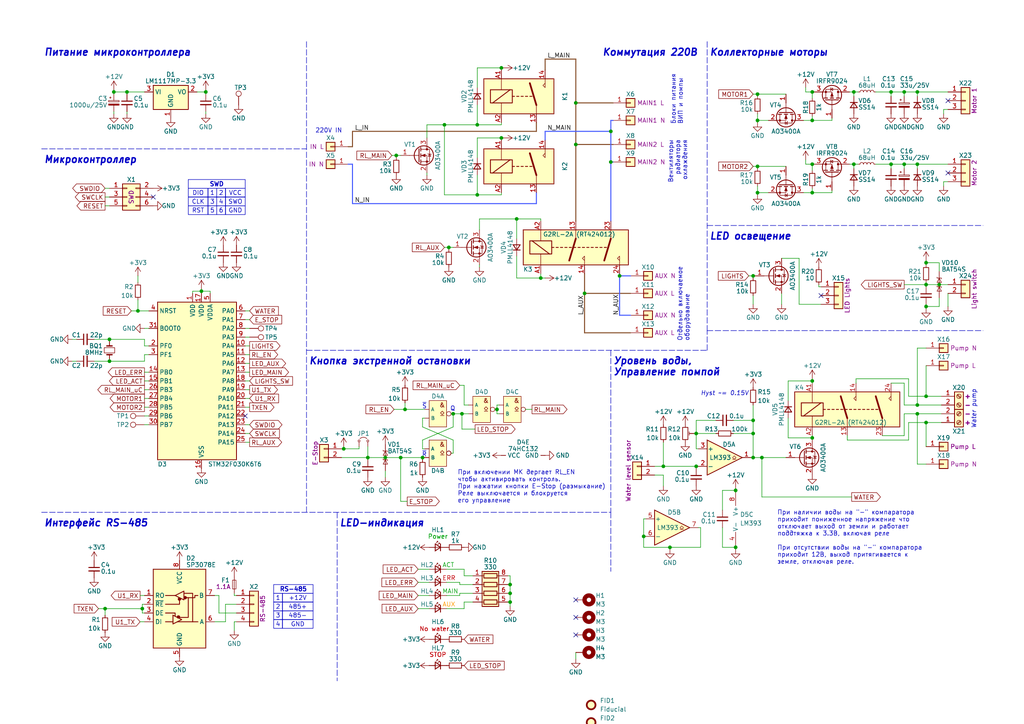
<source format=kicad_sch>
(kicad_sch
	(version 20231120)
	(generator "eeschema")
	(generator_version "8.0")
	(uuid "6450e7fa-7a31-4aa4-8e80-7e6cbe2452fc")
	(paper "A4")
	(title_block
		(title "RS485_Relay V2 module")
		(rev "2")
		(company "ООО \"Экросхим\"")
		(comment 1 "Anton Mukhin")
	)
	
	(junction
		(at 262.255 26.67)
		(diameter 0)
		(color 0 0 0 0)
		(uuid "025861c3-9559-4ee6-bd02-0a9dcb606de5")
	)
	(junction
		(at 266.065 47.625)
		(diameter 0)
		(color 0 0 0 0)
		(uuid "05ea3b54-db05-475d-8a61-c27f7472cb87")
	)
	(junction
		(at 235.585 34.925)
		(diameter 0)
		(color 0 0 0 0)
		(uuid "077cc5b7-ff23-4099-afa7-545f65105d99")
	)
	(junction
		(at 177.165 38.1)
		(diameter 0)
		(color 0 0 0 0)
		(uuid "0be94d74-4197-43a5-86bd-bc3c880a49b6")
	)
	(junction
		(at 219.71 55.88)
		(diameter 0)
		(color 0 0 0 0)
		(uuid "0c0c38bb-ac3c-4f33-b3d5-7001cf3cf660")
	)
	(junction
		(at 138.43 56.515)
		(diameter 0)
		(color 0 0 0 0)
		(uuid "0cd95bb8-82a0-46a1-911a-3d045eb8684f")
	)
	(junction
		(at 58.42 84.455)
		(diameter 0)
		(color 0 0 0 0)
		(uuid "0d0a0bc9-4b99-4e81-b380-c4ceadb79b11")
	)
	(junction
		(at 268.605 122.555)
		(diameter 0)
		(color 0 0 0 0)
		(uuid "0f5f9fd3-cad9-4fcc-a351-5391f31d8cf7")
	)
	(junction
		(at 268.605 88.9)
		(diameter 0)
		(color 0 0 0 0)
		(uuid "0fdc5ad0-973c-4080-80d6-9966388d9dd4")
	)
	(junction
		(at 235.585 26.67)
		(diameter 0)
		(color 0 0 0 0)
		(uuid "110b7e71-4eeb-4d1d-9c7c-47e1a96e68cc")
	)
	(junction
		(at 272.415 82.55)
		(diameter 0)
		(color 0 0 0 0)
		(uuid "187bc0b2-e2b5-4b43-8b92-3becff17f88d")
	)
	(junction
		(at 262.255 47.625)
		(diameter 0)
		(color 0 0 0 0)
		(uuid "1f3971c9-d882-427b-8124-4eaba1b5e5ca")
	)
	(junction
		(at 192.405 135.255)
		(diameter 0)
		(color 0 0 0 0)
		(uuid "2051fc95-f1ce-412d-a87f-2a94e6a96e67")
	)
	(junction
		(at 194.31 158.75)
		(diameter 0)
		(color 0 0 0 0)
		(uuid "2167fd11-485c-4c85-8740-09b45325c014")
	)
	(junction
		(at 258.445 47.625)
		(diameter 0)
		(color 0 0 0 0)
		(uuid "227cc3da-ee51-41c1-8f39-3066c60e2d00")
	)
	(junction
		(at 268.605 114.935)
		(diameter 0)
		(color 0 0 0 0)
		(uuid "236b0db4-28f3-4b6e-9461-70758d7bdc3b")
	)
	(junction
		(at 218.44 125.73)
		(diameter 0)
		(color 0 0 0 0)
		(uuid "27ea5af2-0afa-46e2-a598-2ba24dcc1ac9")
	)
	(junction
		(at 266.065 117.475)
		(diameter 0)
		(color 0 0 0 0)
		(uuid "293f9a76-8490-4fd0-98a0-e1c943a80e6e")
	)
	(junction
		(at 133.985 120.015)
		(diameter 0)
		(color 0 0 0 0)
		(uuid "2d1a3b91-6cdd-45aa-bc7e-5a1793bb6506")
	)
	(junction
		(at 213.36 142.24)
		(diameter 0)
		(color 0 0 0 0)
		(uuid "2e3c7c96-c41a-4fb8-8d7b-2bf0e5108e66")
	)
	(junction
		(at 147.955 169.545)
		(diameter 0)
		(color 0 0 0 0)
		(uuid "36a2ed52-0d63-4126-898c-85fe0410d891")
	)
	(junction
		(at 122.555 132.715)
		(diameter 0)
		(color 0 0 0 0)
		(uuid "37f93377-2764-4d49-9ab6-38d54ac507d2")
	)
	(junction
		(at 219.71 48.26)
		(diameter 0)
		(color 0 0 0 0)
		(uuid "39f20107-2c50-42ed-a7c4-57329dfe56fa")
	)
	(junction
		(at 220.98 132.715)
		(diameter 0)
		(color 0 0 0 0)
		(uuid "41555883-9cac-4116-8698-ba71ce74f7e4")
	)
	(junction
		(at 268.605 76.2)
		(diameter 0)
		(color 0 0 0 0)
		(uuid "43fc6e5f-fcc7-42af-8f7d-38b2562e4303")
	)
	(junction
		(at 235.585 47.625)
		(diameter 0)
		(color 0 0 0 0)
		(uuid "4a0c4f3b-15d0-461b-9b5b-5e6485cce6f4")
	)
	(junction
		(at 201.93 125.73)
		(diameter 0)
		(color 0 0 0 0)
		(uuid "4e3b8dc2-de67-49e5-abb0-3b2964777377")
	)
	(junction
		(at 99.695 130.175)
		(diameter 0)
		(color 0 0 0 0)
		(uuid "500bc291-74f5-404c-a54a-494e928b6b01")
	)
	(junction
		(at 147.955 172.085)
		(diameter 0)
		(color 0 0 0 0)
		(uuid "53022e14-a6b2-4687-8568-ed01bb0bc801")
	)
	(junction
		(at 149.86 63.5)
		(diameter 0)
		(color 0 0 0 0)
		(uuid "533a4b70-f71b-44d5-b4e3-3f2097299e9c")
	)
	(junction
		(at 218.44 132.715)
		(diameter 0)
		(color 0 0 0 0)
		(uuid "54bad2b4-13ca-4ccd-99ec-16651a6a77d5")
	)
	(junction
		(at 138.43 36.195)
		(diameter 0)
		(color 0 0 0 0)
		(uuid "55c7bdf3-5f8f-4771-9d1d-19fdb4d5c4ab")
	)
	(junction
		(at 31.75 98.425)
		(diameter 0)
		(color 0 0 0 0)
		(uuid "5b8f7dcc-5c75-4ac6-9d15-61476b3c3ab6")
	)
	(junction
		(at 128.905 36.195)
		(diameter 0)
		(color 0 0 0 0)
		(uuid "5d6c6750-430b-4bfe-b825-1b5354ce9c0f")
	)
	(junction
		(at 169.545 85.09)
		(diameter 0)
		(color 0 0 0 0)
		(uuid "65bf29da-2ed8-4872-8fd2-409bb2167fcd")
	)
	(junction
		(at 147.955 174.625)
		(diameter 0)
		(color 0 0 0 0)
		(uuid "66daeb34-ae29-4d79-939a-fe7740178441")
	)
	(junction
		(at 131.445 120.015)
		(diameter 0)
		(color 0 0 0 0)
		(uuid "67d5c6ea-8a2b-48fd-a4df-a2ed4dcd7647")
	)
	(junction
		(at 247.65 47.625)
		(diameter 0)
		(color 0 0 0 0)
		(uuid "6f042441-4e4f-4e2c-854b-fadc83e03487")
	)
	(junction
		(at 167.005 41.91)
		(diameter 0)
		(color 0 0 0 0)
		(uuid "7a74a676-8563-419b-871a-85105152586b")
	)
	(junction
		(at 30.48 176.53)
		(diameter 0)
		(color 0 0 0 0)
		(uuid "7b973aa7-967b-4d7c-a42d-226863a3855e")
	)
	(junction
		(at 218.44 80.01)
		(diameter 0)
		(color 0 0 0 0)
		(uuid "7e440e3a-3a2b-4310-a85d-704e207ca204")
	)
	(junction
		(at 33.02 26.67)
		(diameter 0)
		(color 0 0 0 0)
		(uuid "80103748-55ed-41b6-830a-41b5cae1ea4f")
	)
	(junction
		(at 41.275 176.53)
		(diameter 0)
		(color 0 0 0 0)
		(uuid "857ada16-b94d-4a33-95b4-1659a5c003cf")
	)
	(junction
		(at 111.76 132.715)
		(diameter 0)
		(color 0 0 0 0)
		(uuid "878ca46b-e5c5-42b7-b400-364d4b976d84")
	)
	(junction
		(at 268.605 82.55)
		(diameter 0)
		(color 0 0 0 0)
		(uuid "8916e602-afa6-4cba-adf2-1a6ae4a4e818")
	)
	(junction
		(at 247.65 26.67)
		(diameter 0)
		(color 0 0 0 0)
		(uuid "9070c74b-7696-4e92-93eb-79dd9f9bfd95")
	)
	(junction
		(at 201.93 135.255)
		(diameter 0)
		(color 0 0 0 0)
		(uuid "933f608a-7f52-47ea-b469-7b36181f332c")
	)
	(junction
		(at 130.175 71.755)
		(diameter 0)
		(color 0 0 0 0)
		(uuid "96d486fe-3702-4d60-a82f-e8ed9056080c")
	)
	(junction
		(at 116.205 132.715)
		(diameter 0)
		(color 0 0 0 0)
		(uuid "a1402cfd-4257-40d0-9e4a-6cc726dc085d")
	)
	(junction
		(at 266.065 120.015)
		(diameter 0)
		(color 0 0 0 0)
		(uuid "aaedd42c-4232-4c1f-93d2-69c5641e2ad6")
	)
	(junction
		(at 145.415 40.005)
		(diameter 0)
		(color 0 0 0 0)
		(uuid "b02e3344-22f9-42e7-866f-9e0b640cc9ac")
	)
	(junction
		(at 219.71 34.925)
		(diameter 0)
		(color 0 0 0 0)
		(uuid "b1393ca2-d170-4656-923e-9350fbbcec10")
	)
	(junction
		(at 59.69 26.67)
		(diameter 0)
		(color 0 0 0 0)
		(uuid "b62da96e-bb76-44fd-b2a1-0217c85053cd")
	)
	(junction
		(at 114.935 45.085)
		(diameter 0)
		(color 0 0 0 0)
		(uuid "bdfb88c2-9246-4b92-85b9-7d4fa2c8e2c0")
	)
	(junction
		(at 258.445 26.67)
		(diameter 0)
		(color 0 0 0 0)
		(uuid "bfac10f2-123d-488a-bc50-e2754c4c3ccd")
	)
	(junction
		(at 31.75 104.775)
		(diameter 0)
		(color 0 0 0 0)
		(uuid "c26f93a6-4f08-4fc2-b35b-6c12c5252821")
	)
	(junction
		(at 36.83 26.67)
		(diameter 0)
		(color 0 0 0 0)
		(uuid "c540ea47-b008-4fc7-802c-fd2fb31c75cc")
	)
	(junction
		(at 40.005 90.17)
		(diameter 0)
		(color 0 0 0 0)
		(uuid "c69ece61-cf8a-4a14-a080-5b124fc14304")
	)
	(junction
		(at 218.44 121.92)
		(diameter 0)
		(color 0 0 0 0)
		(uuid "caa25b21-7042-49b5-ba8e-e650c97121b1")
	)
	(junction
		(at 235.585 127)
		(diameter 0)
		(color 0 0 0 0)
		(uuid "cabf4744-c332-47ee-8f69-efbc1a99fbd1")
	)
	(junction
		(at 167.005 29.845)
		(diameter 0)
		(color 0 0 0 0)
		(uuid "cb998d4c-f26c-4459-abcd-12f57485ad6b")
	)
	(junction
		(at 177.165 46.99)
		(diameter 0)
		(color 0 0 0 0)
		(uuid "cbb40fd7-82dd-4cf5-bf6b-c000bf2d792f")
	)
	(junction
		(at 186.69 155.575)
		(diameter 0)
		(color 0 0 0 0)
		(uuid "cc605d83-b9bc-4e7b-85f5-4ff3119684c8")
	)
	(junction
		(at 144.145 118.745)
		(diameter 0)
		(color 0 0 0 0)
		(uuid "d31ee352-9853-40f1-a9e6-f711a7f6e079")
	)
	(junction
		(at 213.36 158.75)
		(diameter 0)
		(color 0 0 0 0)
		(uuid "d8578f05-a456-4a12-936b-72167241647f")
	)
	(junction
		(at 235.585 55.88)
		(diameter 0)
		(color 0 0 0 0)
		(uuid "db0d85a7-3928-429b-ae8a-a3e1f08e4e28")
	)
	(junction
		(at 179.705 80.01)
		(diameter 0)
		(color 0 0 0 0)
		(uuid "dc6b09a6-c221-4183-a6ac-89d66c1a8ba2")
	)
	(junction
		(at 145.415 19.685)
		(diameter 0)
		(color 0 0 0 0)
		(uuid "df8ba9ac-3cb7-4cae-ba74-a19d4fdf57d1")
	)
	(junction
		(at 235.585 110.49)
		(diameter 0)
		(color 0 0 0 0)
		(uuid "dfebfafd-ac40-415b-8d6f-168a5f120789")
	)
	(junction
		(at 156.845 80.645)
		(diameter 0)
		(color 0 0 0 0)
		(uuid "e2d4d49e-bfd8-41fd-a192-6a0451d0081b")
	)
	(junction
		(at 266.065 26.67)
		(diameter 0)
		(color 0 0 0 0)
		(uuid "e6dbe63b-48bb-4339-8bb7-c2978fe186fa")
	)
	(junction
		(at 106.68 132.715)
		(diameter 0)
		(color 0 0 0 0)
		(uuid "ead377f6-9f70-46d5-99a7-71cf222f7994")
	)
	(junction
		(at 117.475 118.745)
		(diameter 0)
		(color 0 0 0 0)
		(uuid "f09829d1-30a2-4b66-b1a1-f55c538c91a8")
	)
	(junction
		(at 219.71 27.305)
		(diameter 0)
		(color 0 0 0 0)
		(uuid "ffcdf3fd-3f76-49e3-aa46-7be728dc307c")
	)
	(no_connect
		(at 71.12 120.65)
		(uuid "03f8abea-e6c1-455c-84e4-6cd5273dad97")
	)
	(no_connect
		(at 167.005 184.15)
		(uuid "1c44ba37-14b3-405b-a54f-e7dcfcad7590")
	)
	(no_connect
		(at 238.125 85.725)
		(uuid "31a690ea-4b5b-43ad-9006-4510d71109a9")
	)
	(no_connect
		(at 44.45 57.15)
		(uuid "684d7b93-7724-429f-9672-a6aac24ff43d")
	)
	(no_connect
		(at 167.005 179.07)
		(uuid "96716cc6-9055-4b35-92d8-af019611fa49")
	)
	(no_connect
		(at 274.955 29.21)
		(uuid "d3831871-95b0-42eb-bd90-4b6bf35bc9ab")
	)
	(no_connect
		(at 274.955 50.165)
		(uuid "eb12b70a-10cd-4e3c-94e6-13cdb3dd8f57")
	)
	(no_connect
		(at 167.005 173.99)
		(uuid "f8836111-faf3-43b2-8065-b2ef53ec5bf3")
	)
	(wire
		(pts
			(xy 111.76 132.715) (xy 116.205 132.715)
		)
		(stroke
			(width 0)
			(type default)
		)
		(uuid "0087c397-f528-42ef-a7c1-acdd726555d9")
	)
	(wire
		(pts
			(xy 30.48 57.15) (xy 31.75 57.15)
		)
		(stroke
			(width 0)
			(type default)
		)
		(uuid "00b6dd6d-436d-4ce0-a32e-b73d035b4b02")
	)
	(wire
		(pts
			(xy 139.065 76.835) (xy 139.065 77.47)
		)
		(stroke
			(width 0)
			(type default)
		)
		(uuid "0127a94d-4374-4d4c-be2a-2d00bb563f3e")
	)
	(wire
		(pts
			(xy 201.93 135.255) (xy 202.565 135.255)
		)
		(stroke
			(width 0)
			(type default)
		)
		(uuid "02be5ec9-b021-4f94-b855-741a971830a5")
	)
	(wire
		(pts
			(xy 135.89 117.475) (xy 134.62 117.475)
		)
		(stroke
			(width 0)
			(type default)
		)
		(uuid "035dc596-e3ab-4253-9de6-17563127271c")
	)
	(wire
		(pts
			(xy 71.12 110.49) (xy 72.39 110.49)
		)
		(stroke
			(width 0)
			(type default)
		)
		(uuid "039410ce-cf4d-46f8-b718-73fdb47d6fdf")
	)
	(wire
		(pts
			(xy 218.44 85.725) (xy 218.44 88.265)
		)
		(stroke
			(width 0)
			(type default)
		)
		(uuid "040015b5-b357-4461-b05a-895138c15b93")
	)
	(wire
		(pts
			(xy 245.745 126.365) (xy 245.745 127.635)
		)
		(stroke
			(width 0)
			(type default)
		)
		(uuid "04155474-4984-4345-9fd9-7f0da614a137")
	)
	(wire
		(pts
			(xy 167.005 189.23) (xy 167.005 191.135)
		)
		(stroke
			(width 0)
			(type default)
		)
		(uuid "047109a4-8044-4b43-8813-c4cded0fffe5")
	)
	(wire
		(pts
			(xy 133.35 172.72) (xy 133.35 172.085)
		)
		(stroke
			(width 0)
			(type default)
		)
		(uuid "056c5ecb-4673-4d09-9185-b2dd7c23cb00")
	)
	(wire
		(pts
			(xy 30.48 176.53) (xy 41.275 176.53)
		)
		(stroke
			(width 0)
			(type default)
		)
		(uuid "05d85703-ced6-42c8-a0a4-fe022770cba4")
	)
	(wire
		(pts
			(xy 194.31 158.75) (xy 194.31 159.385)
		)
		(stroke
			(width 0)
			(type default)
		)
		(uuid "06a89d01-6bd4-4175-87b2-1fcd403c729e")
	)
	(wire
		(pts
			(xy 149.86 74.295) (xy 149.86 80.645)
		)
		(stroke
			(width 0)
			(type default)
		)
		(uuid "06bfd472-3e76-4bd9-b783-71d69b231475")
	)
	(wire
		(pts
			(xy 68.58 180.34) (xy 67.945 180.34)
		)
		(stroke
			(width 0)
			(type default)
		)
		(uuid "08bf49bc-949f-4c3e-8f40-c89978628c39")
	)
	(wire
		(pts
			(xy 133.35 169.545) (xy 137.16 169.545)
		)
		(stroke
			(width 0)
			(type default)
		)
		(uuid "09084143-c152-4d14-9cde-2875a560dc3e")
	)
	(wire
		(pts
			(xy 209.55 153.035) (xy 209.55 158.75)
		)
		(stroke
			(width 0)
			(type default)
		)
		(uuid "0a853dc6-dd2a-437b-a440-87521a88cf43")
	)
	(wire
		(pts
			(xy 106.68 132.715) (xy 106.68 133.35)
		)
		(stroke
			(width 0)
			(type default)
		)
		(uuid "0a976d54-7133-42b0-96e4-ea2b8a2cc022")
	)
	(wire
		(pts
			(xy 36.83 26.67) (xy 41.91 26.67)
		)
		(stroke
			(width 0)
			(type default)
		)
		(uuid "0aac398f-a3c9-4277-b714-3dff0b7b2fc8")
	)
	(wire
		(pts
			(xy 262.255 126.365) (xy 262.255 120.015)
		)
		(stroke
			(width 0)
			(type default)
		)
		(uuid "0b8f9e17-8cce-42c6-b8dd-dc8146f3f165")
	)
	(wire
		(pts
			(xy 118.11 145.415) (xy 116.205 145.415)
		)
		(stroke
			(width 0)
			(type default)
		)
		(uuid "0c014cbf-60e8-4deb-b8a0-4538efb5db7a")
	)
	(wire
		(pts
			(xy 266.065 117.475) (xy 273.05 117.475)
		)
		(stroke
			(width 0)
			(type default)
		)
		(uuid "0ce04c61-c60f-4cfb-bf55-590783100c57")
	)
	(wire
		(pts
			(xy 147.32 169.545) (xy 147.955 169.545)
		)
		(stroke
			(width 0)
			(type default)
		)
		(uuid "0d09c338-b37f-46e3-b77c-ae4bcd93c8f6")
	)
	(polyline
		(pts
			(xy 88.9 12.065) (xy 88.9 148.59)
		)
		(stroke
			(width 0)
			(type dash)
		)
		(uuid "0df5bca9-5c26-4f85-9f2d-852a70bd0685")
	)
	(wire
		(pts
			(xy 262.255 117.475) (xy 266.065 117.475)
		)
		(stroke
			(width 0)
			(type default)
		)
		(uuid "0edeeff1-4a45-44cc-93d7-665a2028f2bf")
	)
	(wire
		(pts
			(xy 268.605 134.62) (xy 266.065 134.62)
		)
		(stroke
			(width 0)
			(type default)
		)
		(uuid "0f1b1797-6c66-4d5a-be42-1e1cf8f1d0d5")
	)
	(wire
		(pts
			(xy 41.91 104.775) (xy 31.75 104.775)
		)
		(stroke
			(width 0)
			(type default)
		)
		(uuid "0f79eee7-bcf2-4b1b-9087-ff8e92ab9861")
	)
	(wire
		(pts
			(xy 228.6 121.285) (xy 228.6 127)
		)
		(stroke
			(width 0)
			(type default)
		)
		(uuid "12176ba6-4a54-41b2-bece-0a02fe2b49c4")
	)
	(wire
		(pts
			(xy 233.045 55.88) (xy 235.585 55.88)
		)
		(stroke
			(width 0)
			(type default)
		)
		(uuid "123a1267-58f1-4fd3-ae03-42297840b3ce")
	)
	(wire
		(pts
			(xy 147.955 174.625) (xy 147.955 175.895)
		)
		(stroke
			(width 0)
			(type default)
		)
		(uuid "12d537bf-e329-4383-8179-4d6d5bef6387")
	)
	(wire
		(pts
			(xy 138.43 45.72) (xy 138.43 40.005)
		)
		(stroke
			(width 0)
			(type default)
		)
		(uuid "12d7248f-4b18-4f13-8c77-1634e091e700")
	)
	(wire
		(pts
			(xy 167.005 17.145) (xy 167.005 29.845)
		)
		(stroke
			(width 0.3)
			(type default)
			(color 136 81 44 1)
		)
		(uuid "13cb3e7b-2f39-427f-bbcc-9f2a539ddf72")
	)
	(wire
		(pts
			(xy 134.62 111.76) (xy 133.35 111.76)
		)
		(stroke
			(width 0)
			(type default)
		)
		(uuid "13db0860-7d38-407c-99d7-551a3bfcd905")
	)
	(wire
		(pts
			(xy 20.955 98.425) (xy 22.225 98.425)
		)
		(stroke
			(width 0)
			(type default)
		)
		(uuid "1419981e-88bf-4db6-b1db-ab5777992550")
	)
	(wire
		(pts
			(xy 59.69 26.67) (xy 59.69 27.305)
		)
		(stroke
			(width 0)
			(type default)
		)
		(uuid "1477ee0f-c249-411e-a382-ca1ec47e4edd")
	)
	(wire
		(pts
			(xy 41.91 98.425) (xy 31.75 98.425)
		)
		(stroke
			(width 0)
			(type default)
		)
		(uuid "15029913-33db-498e-b216-9fb60a7b72f0")
	)
	(wire
		(pts
			(xy 201.93 121.92) (xy 201.93 125.73)
		)
		(stroke
			(width 0)
			(type default)
		)
		(uuid "160541d6-d991-4aa3-b659-09c666c96545")
	)
	(wire
		(pts
			(xy 145.415 19.685) (xy 145.415 20.32)
		)
		(stroke
			(width 0)
			(type default)
		)
		(uuid "166338aa-4e3b-4f51-b567-4f99a0042745")
	)
	(wire
		(pts
			(xy 247.65 47.625) (xy 247.65 48.895)
		)
		(stroke
			(width 0)
			(type default)
		)
		(uuid "17007c84-cfc1-4253-8728-4f744ac2a149")
	)
	(wire
		(pts
			(xy 192.405 137.795) (xy 192.405 140.97)
		)
		(stroke
			(width 0)
			(type default)
		)
		(uuid "17d9b1b6-6c2d-46eb-b69a-1d98ee0826fb")
	)
	(wire
		(pts
			(xy 231.775 74.93) (xy 226.695 74.93)
		)
		(stroke
			(width 0)
			(type default)
		)
		(uuid "1837ad3e-570d-4b00-99e5-63c9573acc2d")
	)
	(wire
		(pts
			(xy 272.415 78.74) (xy 272.415 76.2)
		)
		(stroke
			(width 0)
			(type default)
		)
		(uuid "1925b013-8e8d-4ffb-99d1-2a3bb7f6d550")
	)
	(wire
		(pts
			(xy 235.585 26.67) (xy 236.22 26.67)
		)
		(stroke
			(width 0)
			(type default)
		)
		(uuid "1b1acf1b-47b3-4766-a109-55f9b7ea8341")
	)
	(wire
		(pts
			(xy 71.12 100.33) (xy 72.39 100.33)
		)
		(stroke
			(width 0)
			(type default)
		)
		(uuid "1b6f73a7-7126-47d7-8ad6-9570e460c61a")
	)
	(wire
		(pts
			(xy 235.585 126.365) (xy 235.585 127)
		)
		(stroke
			(width 0)
			(type default)
		)
		(uuid "1c271aac-4ec3-43e9-a766-e3a52872b154")
	)
	(wire
		(pts
			(xy 218.44 48.26) (xy 219.71 48.26)
		)
		(stroke
			(width 0)
			(type default)
		)
		(uuid "1d23b895-4f35-4397-a268-f72f0114a51f")
	)
	(wire
		(pts
			(xy 71.12 123.19) (xy 72.39 123.19)
		)
		(stroke
			(width 0)
			(type default)
		)
		(uuid "1df18233-294b-4e69-b9ab-13113479077b")
	)
	(wire
		(pts
			(xy 43.18 102.87) (xy 41.91 102.87)
		)
		(stroke
			(width 0)
			(type default)
		)
		(uuid "1e47a892-eaf6-495e-a803-5e7f85b050a7")
	)
	(wire
		(pts
			(xy 28.575 176.53) (xy 30.48 176.53)
		)
		(stroke
			(width 0)
			(type default)
		)
		(uuid "1e81dc6a-26e3-490d-ac33-dd1398cece90")
	)
	(wire
		(pts
			(xy 231.775 88.265) (xy 231.775 74.93)
		)
		(stroke
			(width 0)
			(type default)
		)
		(uuid "2025d6cd-e377-49c6-be1d-5c645c4db21b")
	)
	(wire
		(pts
			(xy 102.235 59.055) (xy 102.235 47.625)
		)
		(stroke
			(width 0.3)
			(type default)
			(color 71 92 255 1)
		)
		(uuid "207c98a0-878d-4842-bd2b-fbdcb7e9b013")
	)
	(wire
		(pts
			(xy 68.58 172.72) (xy 67.945 172.72)
		)
		(stroke
			(width 0)
			(type default)
		)
		(uuid "2269f297-920d-4853-b6af-0344ca220164")
	)
	(wire
		(pts
			(xy 274.955 52.705) (xy 273.685 52.705)
		)
		(stroke
			(width 0)
			(type default)
		)
		(uuid "22a6a1d7-9c18-4e53-8439-0f528505a962")
	)
	(wire
		(pts
			(xy 67.945 180.34) (xy 67.945 182.88)
		)
		(stroke
			(width 0)
			(type default)
		)
		(uuid "232481bf-fde3-48ad-8c36-47b49ba9314d")
	)
	(wire
		(pts
			(xy 177.165 46.99) (xy 177.165 64.135)
		)
		(stroke
			(width 0.3)
			(type default)
			(color 71 92 255 1)
		)
		(uuid "23c4c183-5196-4ad3-8917-ab3a5b65235c")
	)
	(wire
		(pts
			(xy 152.4 118.745) (xy 154.305 118.745)
		)
		(stroke
			(width 0)
			(type default)
		)
		(uuid "23eec670-03f3-4416-9740-c83aad4d2fb0")
	)
	(wire
		(pts
			(xy 247.015 144.145) (xy 220.98 144.145)
		)
		(stroke
			(width 0)
			(type default)
		)
		(uuid "23f20a31-404e-4134-9d1e-8b5d4e912506")
	)
	(wire
		(pts
			(xy 233.045 34.925) (xy 235.585 34.925)
		)
		(stroke
			(width 0)
			(type default)
		)
		(uuid "2548f921-b2b7-454d-8a1f-692da923f004")
	)
	(wire
		(pts
			(xy 218.44 80.01) (xy 218.44 80.645)
		)
		(stroke
			(width 0)
			(type default)
		)
		(uuid "2666ef53-0e18-4d64-9516-0bf12c479c20")
	)
	(wire
		(pts
			(xy 31.75 98.425) (xy 31.75 99.06)
		)
		(stroke
			(width 0)
			(type default)
		)
		(uuid "268518ad-e8fd-4cdd-bc31-61ff944e1f40")
	)
	(wire
		(pts
			(xy 219.71 48.26) (xy 227.965 48.26)
		)
		(stroke
			(width 0)
			(type default)
		)
		(uuid "271ff14e-a9a0-4842-8b72-2f84a917eaf3")
	)
	(wire
		(pts
			(xy 235.585 127) (xy 235.585 127.635)
		)
		(stroke
			(width 0)
			(type default)
		)
		(uuid "29071455-d5ff-46cc-929c-e299a5e8be09")
	)
	(wire
		(pts
			(xy 129.54 165.1) (xy 134.62 165.1)
		)
		(stroke
			(width 0)
			(type default)
		)
		(uuid "29ac071c-2081-4f70-83a0-542bdf7b9db9")
	)
	(wire
		(pts
			(xy 155.575 38.1) (xy 102.235 38.1)
		)
		(stroke
			(width 0.3)
			(type default)
			(color 136 81 44 1)
		)
		(uuid "2a583fc8-5844-48c7-a0a9-d13229de2da4")
	)
	(wire
		(pts
			(xy 263.525 109.855) (xy 263.525 114.935)
		)
		(stroke
			(width 0)
			(type default)
		)
		(uuid "2c38ca7b-c644-4b12-8e81-4a3d9a6c2571")
	)
	(wire
		(pts
			(xy 38.1 90.17) (xy 40.005 90.17)
		)
		(stroke
			(width 0)
			(type default)
		)
		(uuid "2c38d587-cc4f-441b-9863-712b2d508a2f")
	)
	(wire
		(pts
			(xy 158.115 38.1) (xy 177.165 38.1)
		)
		(stroke
			(width 0.3)
			(type default)
			(color 71 92 255 1)
		)
		(uuid "2cecdb9a-d259-40d5-9d6e-83d46f29f300")
	)
	(wire
		(pts
			(xy 258.445 47.625) (xy 258.445 48.895)
		)
		(stroke
			(width 0)
			(type default)
		)
		(uuid "2d057875-ccf2-4298-b333-380e3eba14d0")
	)
	(wire
		(pts
			(xy 207.645 121.92) (xy 201.93 121.92)
		)
		(stroke
			(width 0)
			(type default)
		)
		(uuid "2d78fefa-e62f-41ed-ac94-72d24a5450e4")
	)
	(wire
		(pts
			(xy 144.145 117.475) (xy 144.78 117.475)
		)
		(stroke
			(width 0)
			(type default)
		)
		(uuid "2df62fbf-5507-46a8-b940-07f3af28b595")
	)
	(wire
		(pts
			(xy 41.91 115.57) (xy 43.18 115.57)
		)
		(stroke
			(width 0)
			(type default)
		)
		(uuid "2f86537e-afb2-48c2-9a0f-1a81b5c37a9b")
	)
	(wire
		(pts
			(xy 30.48 54.61) (xy 31.75 54.61)
		)
		(stroke
			(width 0)
			(type default)
		)
		(uuid "301684d8-09d6-4759-bbdd-173ee1a0597a")
	)
	(wire
		(pts
			(xy 40.005 86.995) (xy 40.005 90.17)
		)
		(stroke
			(width 0)
			(type default)
		)
		(uuid "304f4f5a-b256-4752-9b0e-640b9f5a6a37")
	)
	(wire
		(pts
			(xy 268.605 122.555) (xy 273.05 122.555)
		)
		(stroke
			(width 0)
			(type default)
		)
		(uuid "30e71616-9ae5-443f-a370-accdb2fffd86")
	)
	(wire
		(pts
			(xy 149.86 63.5) (xy 156.845 63.5)
		)
		(stroke
			(width 0)
			(type default)
		)
		(uuid "311a0e8e-1260-4d95-8fcd-0bf529c9f379")
	)
	(wire
		(pts
			(xy 233.68 25.4) (xy 233.68 26.67)
		)
		(stroke
			(width 0)
			(type default)
		)
		(uuid "313adca8-0e6b-47dc-ba38-9e0b7f573117")
	)
	(wire
		(pts
			(xy 258.445 111.125) (xy 262.255 111.125)
		)
		(stroke
			(width 0)
			(type default)
		)
		(uuid "3140fe28-db81-4e64-952a-3c17cd55cb3c")
	)
	(wire
		(pts
			(xy 57.15 26.67) (xy 59.69 26.67)
		)
		(stroke
			(width 0)
			(type default)
		)
		(uuid "31ae2781-f7b0-46d5-aaed-883848cb20df")
	)
	(wire
		(pts
			(xy 177.165 38.1) (xy 177.165 46.99)
		)
		(stroke
			(width 0.3)
			(type default)
			(color 71 92 255 1)
		)
		(uuid "33222966-41cf-4aa2-870a-775d0910186d")
	)
	(wire
		(pts
			(xy 71.12 97.79) (xy 72.39 97.79)
		)
		(stroke
			(width 0)
			(type default)
		)
		(uuid "34aa6a88-7b00-4893-8905-6f101bf6ffdd")
	)
	(wire
		(pts
			(xy 41.91 110.49) (xy 43.18 110.49)
		)
		(stroke
			(width 0)
			(type default)
		)
		(uuid "35e0aadf-ad93-462c-98e4-5d2dd9c3f490")
	)
	(wire
		(pts
			(xy 71.12 107.95) (xy 72.39 107.95)
		)
		(stroke
			(width 0)
			(type default)
		)
		(uuid "36b52cc7-e3ba-4c09-9df9-5a0b999472bd")
	)
	(wire
		(pts
			(xy 268.605 114.935) (xy 273.05 114.935)
		)
		(stroke
			(width 0)
			(type default)
		)
		(uuid "373822e3-5a97-4dad-a253-ddc3b793d064")
	)
	(wire
		(pts
			(xy 177.165 34.925) (xy 177.165 38.1)
		)
		(stroke
			(width 0.3)
			(type default)
			(color 71 92 255 1)
		)
		(uuid "37412a9b-3b26-4b3e-b60c-0305e2b92acb")
	)
	(wire
		(pts
			(xy 263.525 127.635) (xy 263.525 122.555)
		)
		(stroke
			(width 0)
			(type default)
		)
		(uuid "376bca86-867e-4d53-852c-42d2f56c4e61")
	)
	(wire
		(pts
			(xy 268.605 81.915) (xy 268.605 82.55)
		)
		(stroke
			(width 0)
			(type default)
		)
		(uuid "38ebca48-4df0-4240-a15f-c3fc957bc2d5")
	)
	(wire
		(pts
			(xy 272.415 76.2) (xy 268.605 76.2)
		)
		(stroke
			(width 0)
			(type default)
		)
		(uuid "3931c579-0c9a-4623-973a-d2ef2654ef04")
	)
	(wire
		(pts
			(xy 219.71 34.925) (xy 222.885 34.925)
		)
		(stroke
			(width 0)
			(type default)
		)
		(uuid "39379aa3-2552-42d3-843f-7f19e25667ba")
	)
	(wire
		(pts
			(xy 133.985 124.46) (xy 133.985 120.015)
		)
		(stroke
			(width 0)
			(type default)
		)
		(uuid "395a4b76-048b-4f4e-aba9-cb12586957de")
	)
	(wire
		(pts
			(xy 71.12 115.57) (xy 72.39 115.57)
		)
		(stroke
			(width 0)
			(type default)
		)
		(uuid "39d40975-8197-4c2b-a312-2c27eda6798c")
	)
	(wire
		(pts
			(xy 158.115 38.1) (xy 158.115 40.64)
		)
		(stroke
			(width 0.3)
			(type default)
			(color 71 92 255 1)
		)
		(uuid "3baa2eed-40a7-4c3f-a5b1-0b26f695c977")
	)
	(wire
		(pts
			(xy 68.58 177.8) (xy 63.5 177.8)
		)
		(stroke
			(width 0)
			(type default)
		)
		(uuid "3d019a5a-36ba-46dd-b2d0-93bbb6a31dc4")
	)
	(wire
		(pts
			(xy 245.745 127.635) (xy 263.525 127.635)
		)
		(stroke
			(width 0)
			(type default)
		)
		(uuid "3fbcd283-7830-480e-85cd-7cba1be4230a")
	)
	(wire
		(pts
			(xy 67.945 172.72) (xy 67.945 172.085)
		)
		(stroke
			(width 0)
			(type default)
		)
		(uuid "3ffce9ea-6a9c-4605-bd4a-eafd6ddb5e31")
	)
	(wire
		(pts
			(xy 156.845 63.5) (xy 156.845 64.135)
		)
		(stroke
			(width 0)
			(type default)
		)
		(uuid "4000d0d4-3720-4515-9bf6-b60cb47ebb5d")
	)
	(wire
		(pts
			(xy 167.005 29.845) (xy 177.8 29.845)
		)
		(stroke
			(width 0.3)
			(type default)
			(color 136 81 44 1)
		)
		(uuid "40b59981-6f35-4443-af07-2374e49aa43e")
	)
	(wire
		(pts
			(xy 122.555 121.285) (xy 122.555 123.825)
		)
		(stroke
			(width 0)
			(type default)
		)
		(uuid "4132ff43-cd91-4b3d-843a-a8ca17d78f89")
	)
	(wire
		(pts
			(xy 139.065 63.5) (xy 149.86 63.5)
		)
		(stroke
			(width 0)
			(type default)
		)
		(uuid "4134e379-48a7-49e1-a2be-348d77cc34ff")
	)
	(wire
		(pts
			(xy 59.69 32.385) (xy 59.69 33.02)
		)
		(stroke
			(width 0)
			(type default)
		)
		(uuid "42887598-d59a-4185-8612-8657061760b6")
	)
	(wire
		(pts
			(xy 41.91 113.03) (xy 43.18 113.03)
		)
		(stroke
			(width 0)
			(type default)
		)
		(uuid "44b6fe80-91ab-43e9-a632-867442d8f3b4")
	)
	(wire
		(pts
			(xy 149.86 69.215) (xy 149.86 63.5)
		)
		(stroke
			(width 0)
			(type default)
		)
		(uuid "44d5cafb-d473-466c-8b81-8e82839d8829")
	)
	(wire
		(pts
			(xy 209.55 142.24) (xy 213.36 142.24)
		)
		(stroke
			(width 0)
			(type default)
		)
		(uuid "44ef3b3f-9bc1-49da-8c34-cc97a71e22be")
	)
	(wire
		(pts
			(xy 41.91 123.19) (xy 43.18 123.19)
		)
		(stroke
			(width 0)
			(type default)
		)
		(uuid "45820cd6-08f6-4824-980d-1f569f0327ad")
	)
	(wire
		(pts
			(xy 134.62 176.53) (xy 134.62 174.625)
		)
		(stroke
			(width 0)
			(type default)
		)
		(uuid "45f8731c-3f36-4c35-b2eb-90fe14eeb5bb")
	)
	(wire
		(pts
			(xy 217.17 80.01) (xy 218.44 80.01)
		)
		(stroke
			(width 0)
			(type default)
		)
		(uuid "466a55a9-ee42-4c7c-be78-54216c47c7a4")
	)
	(wire
		(pts
			(xy 20.955 104.775) (xy 22.225 104.775)
		)
		(stroke
			(width 0)
			(type default)
		)
		(uuid "480c20a0-9ddd-41b0-a9cb-60485c9e28c8")
	)
	(wire
		(pts
			(xy 58.42 83.82) (xy 58.42 84.455)
		)
		(stroke
			(width 0)
			(type default)
		)
		(uuid "488548fb-d2dc-44b0-8bb4-71620ba7080f")
	)
	(wire
		(pts
			(xy 235.585 54.61) (xy 235.585 55.88)
		)
		(stroke
			(width 0)
			(type default)
		)
		(uuid "492d00f2-58e2-45f1-81f5-f0e5ec09d003")
	)
	(wire
		(pts
			(xy 58.42 84.455) (xy 60.96 84.455)
		)
		(stroke
			(width 0)
			(type default)
		)
		(uuid "4938b4f9-ea85-4690-8900-64894491e7a5")
	)
	(wire
		(pts
			(xy 138.43 36.195) (xy 145.415 36.195)
		)
		(stroke
			(width 0)
			(type default)
		)
		(uuid "49ea047e-e6de-4579-9349-6a8ae9b32050")
	)
	(wire
		(pts
			(xy 130.175 71.755) (xy 131.445 71.755)
		)
		(stroke
			(width 0)
			(type default)
		)
		(uuid "4aa946cb-bf25-46f7-826c-293c98fbe0e3")
	)
	(wire
		(pts
			(xy 268.605 82.55) (xy 272.415 82.55)
		)
		(stroke
			(width 0)
			(type default)
		)
		(uuid "4b303469-8f29-41cb-94c8-30c9f782305b")
	)
	(wire
		(pts
			(xy 144.145 118.745) (xy 144.145 117.475)
		)
		(stroke
			(width 0)
			(type default)
		)
		(uuid "4c197d5c-674a-4b92-8abd-1345ada09b83")
	)
	(wire
		(pts
			(xy 218.44 132.715) (xy 218.44 125.73)
		)
		(stroke
			(width 0)
			(type default)
		)
		(uuid "4c6e91fd-a1d4-495b-9c2b-f93b0ced2240")
	)
	(wire
		(pts
			(xy 71.12 118.11) (xy 72.39 118.11)
		)
		(stroke
			(width 0)
			(type default)
		)
		(uuid "4c75a68f-9e52-420b-8b84-83c1a66ee899")
	)
	(wire
		(pts
			(xy 219.71 55.88) (xy 219.71 53.975)
		)
		(stroke
			(width 0)
			(type default)
		)
		(uuid "4c9293f3-ecfd-4871-bd83-b95ca7695dbb")
	)
	(wire
		(pts
			(xy 179.705 79.375) (xy 179.705 80.01)
		)
		(stroke
			(width 0.3)
			(type default)
			(color 71 92 255 1)
		)
		(uuid "4d73b166-ceff-4b25-b465-e4537ccc1bcc")
	)
	(wire
		(pts
			(xy 131.445 127.635) (xy 131.445 131.445)
		)
		(stroke
			(width 0)
			(type default)
		)
		(uuid "4d87ed5f-0ef1-48e0-ace6-73b7707252a9")
	)
	(wire
		(pts
			(xy 201.93 135.255) (xy 201.93 135.89)
		)
		(stroke
			(width 0)
			(type default)
		)
		(uuid "4e2d7d1d-ecdc-48e4-a942-2a1168097261")
	)
	(wire
		(pts
			(xy 130.175 71.755) (xy 130.175 72.39)
		)
		(stroke
			(width 0)
			(type default)
		)
		(uuid "4ec03816-8260-4a72-abd6-e5c7a4489bda")
	)
	(wire
		(pts
			(xy 201.295 125.73) (xy 201.93 125.73)
		)
		(stroke
			(width 0)
			(type default)
		)
		(uuid "4f80a63c-ed22-4a76-bdaa-f60b863c9a8a")
	)
	(wire
		(pts
			(xy 33.02 26.035) (xy 33.02 26.67)
		)
		(stroke
			(width 0)
			(type default)
		)
		(uuid "4f9d2a4b-73c0-48d7-86e0-af0f123e4b05")
	)
	(wire
		(pts
			(xy 231.775 88.265) (xy 238.125 88.265)
		)
		(stroke
			(width 0)
			(type default)
		)
		(uuid "502ecd8a-424d-4318-a8b7-a1cec5f79268")
	)
	(wire
		(pts
			(xy 117.475 118.745) (xy 123.19 118.745)
		)
		(stroke
			(width 0)
			(type default)
		)
		(uuid "50d899df-96c7-4ec0-b8e4-00449f2243f3")
	)
	(wire
		(pts
			(xy 219.71 35.56) (xy 219.71 34.925)
		)
		(stroke
			(width 0)
			(type default)
		)
		(uuid "51374a7f-a2b3-4c12-b4ef-6f53c52dbc5a")
	)
	(wire
		(pts
			(xy 40.64 172.72) (xy 41.91 172.72)
		)
		(stroke
			(width 0)
			(type default)
		)
		(uuid "522d026c-fa15-4e72-a6ae-ab60ed302773")
	)
	(wire
		(pts
			(xy 147.955 169.545) (xy 147.955 172.085)
		)
		(stroke
			(width 0)
			(type default)
		)
		(uuid "53af094c-3b85-4443-b1cb-f22e2537335b")
	)
	(wire
		(pts
			(xy 186.69 155.575) (xy 187.325 155.575)
		)
		(stroke
			(width 0)
			(type default)
		)
		(uuid "53ecba46-e1e6-4493-9aef-ae5da9d0a1c0")
	)
	(wire
		(pts
			(xy 104.14 130.175) (xy 99.695 130.175)
		)
		(stroke
			(width 0)
			(type default)
		)
		(uuid "544a5058-37cc-4756-b221-82db5dccd6ac")
	)
	(wire
		(pts
			(xy 186.69 150.495) (xy 186.69 155.575)
		)
		(stroke
			(width 0)
			(type default)
		)
		(uuid "546a8ea6-1b1b-4794-8d3d-7194548e7f7a")
	)
	(wire
		(pts
			(xy 40.005 80.01) (xy 40.005 81.915)
		)
		(stroke
			(width 0)
			(type default)
		)
		(uuid "54dd2fc5-6816-46be-966d-b9f61f9752dc")
	)
	(wire
		(pts
			(xy 266.065 134.62) (xy 266.065 120.015)
		)
		(stroke
			(width 0)
			(type default)
		)
		(uuid "55c3949e-17df-4067-a798-b1363c14f695")
	)
	(wire
		(pts
			(xy 123.825 36.195) (xy 128.905 36.195)
		)
		(stroke
			(width 0)
			(type default)
		)
		(uuid "56190ca3-f77d-40bc-8ea3-171cda205f27")
	)
	(wire
		(pts
			(xy 145.415 36.195) (xy 145.415 35.56)
		)
		(stroke
			(width 0)
			(type default)
		)
		(uuid "565f7233-bba9-40bd-94c1-79d796ad9051")
	)
	(polyline
		(pts
			(xy 205.105 12.065) (xy 205.105 95.885)
		)
		(stroke
			(width 0)
			(type dash)
		)
		(uuid "56fc567d-a8f4-493b-802d-10931682c0a2")
	)
	(wire
		(pts
			(xy 169.545 85.09) (xy 169.545 96.52)
		)
		(stroke
			(width 0.3)
			(type default)
			(color 136 81 44 1)
		)
		(uuid "5705eacb-cd84-4962-b3f8-ad6c022e80ce")
	)
	(wire
		(pts
			(xy 43.18 100.33) (xy 41.91 100.33)
		)
		(stroke
			(width 0)
			(type default)
		)
		(uuid "5732fba2-e5b6-456b-927f-7ceeb24b678c")
	)
	(wire
		(pts
			(xy 228.6 116.205) (xy 228.6 110.49)
		)
		(stroke
			(width 0)
			(type default)
		)
		(uuid "57d09f04-8117-4a3d-8c84-4c55ae48a135")
	)
	(wire
		(pts
			(xy 33.02 32.385) (xy 33.02 33.02)
		)
		(stroke
			(width 0)
			(type default)
		)
		(uuid "57d415d5-10e1-4aa7-9003-88550209902e")
	)
	(wire
		(pts
			(xy 241.3 34.29) (xy 241.3 34.925)
		)
		(stroke
			(width 0)
			(type default)
		)
		(uuid "5812ebd9-5bbb-4de6-90be-1eba77c34972")
	)
	(wire
		(pts
			(xy 41.91 120.65) (xy 43.18 120.65)
		)
		(stroke
			(width 0)
			(type default)
		)
		(uuid "58c8eb8b-ab9f-41c8-b858-4709cff7e852")
	)
	(wire
		(pts
			(xy 71.12 125.73) (xy 72.39 125.73)
		)
		(stroke
			(width 0)
			(type default)
		)
		(uuid "596a4b30-7f01-4264-a8f7-3a8d6b468531")
	)
	(wire
		(pts
			(xy 102.235 42.545) (xy 100.965 42.545)
		)
		(stroke
			(width 0.3)
			(type default)
			(color 136 81 44 1)
		)
		(uuid "5a0683eb-270f-4bfa-a7d2-3b5dec713527")
	)
	(wire
		(pts
			(xy 147.955 167.005) (xy 147.955 169.545)
		)
		(stroke
			(width 0)
			(type default)
		)
		(uuid "5a242407-16a2-4bcd-8c6c-ba7573d8f1cf")
	)
	(wire
		(pts
			(xy 262.255 26.67) (xy 262.255 27.94)
		)
		(stroke
			(width 0)
			(type default)
		)
		(uuid "5abdd6ea-48eb-41c3-ba24-83398af6370a")
	)
	(wire
		(pts
			(xy 254 47.625) (xy 258.445 47.625)
		)
		(stroke
			(width 0)
			(type default)
		)
		(uuid "5aff0ad4-5dd3-43c4-8519-d1f4b9c0ac8a")
	)
	(wire
		(pts
			(xy 262.255 82.55) (xy 268.605 82.55)
		)
		(stroke
			(width 0)
			(type default)
		)
		(uuid "5b05797f-a2e7-474a-ab65-a30c4ca810b0")
	)
	(wire
		(pts
			(xy 272.415 88.9) (xy 268.605 88.9)
		)
		(stroke
			(width 0)
			(type default)
		)
		(uuid "5b0e2029-a423-4c2c-a5cc-d8432085ab01")
	)
	(wire
		(pts
			(xy 30.48 59.69) (xy 31.75 59.69)
		)
		(stroke
			(width 0)
			(type default)
		)
		(uuid "5b79d467-9504-44f9-bbec-f2e16eaa4153")
	)
	(wire
		(pts
			(xy 134.62 117.475) (xy 134.62 111.76)
		)
		(stroke
			(width 0)
			(type default)
		)
		(uuid "5c654d2e-0582-4dd0-b8a8-8b0e93fa5ca1")
	)
	(wire
		(pts
			(xy 102.235 38.1) (xy 102.235 42.545)
		)
		(stroke
			(width 0.3)
			(type default)
			(color 136 81 44 1)
		)
		(uuid "5c852846-714e-40db-8388-356907814dc9")
	)
	(wire
		(pts
			(xy 99.06 132.715) (xy 106.68 132.715)
		)
		(stroke
			(width 0)
			(type default)
		)
		(uuid "5d0e0163-73ee-4b62-be27-0081be5be441")
	)
	(wire
		(pts
			(xy 213.36 158.75) (xy 213.36 158.115)
		)
		(stroke
			(width 0)
			(type default)
		)
		(uuid "5f67ae0f-eba6-41c7-993f-6ef436d7795e")
	)
	(wire
		(pts
			(xy 62.23 180.34) (xy 65.405 180.34)
		)
		(stroke
			(width 0)
			(type default)
		)
		(uuid "5faa5585-9d8b-4653-9124-b6970ace7845")
	)
	(wire
		(pts
			(xy 254 26.67) (xy 258.445 26.67)
		)
		(stroke
			(width 0)
			(type default)
		)
		(uuid "5fea5bf8-6afe-4cd7-95fc-116a6436538c")
	)
	(wire
		(pts
			(xy 116.205 132.715) (xy 122.555 132.715)
		)
		(stroke
			(width 0)
			(type default)
		)
		(uuid "6073b45a-370a-4ca8-9140-4fd2133df01a")
	)
	(wire
		(pts
			(xy 111.76 136.525) (xy 111.76 138.43)
		)
		(stroke
			(width 0)
			(type default)
		)
		(uuid "6099dbc6-2874-4477-95df-be33b6128a15")
	)
	(wire
		(pts
			(xy 233.68 46.355) (xy 233.68 47.625)
		)
		(stroke
			(width 0)
			(type default)
		)
		(uuid "61ed032c-ef30-493f-a05f-41cc4412382a")
	)
	(wire
		(pts
			(xy 71.12 105.41) (xy 72.39 105.41)
		)
		(stroke
			(width 0)
			(type default)
		)
		(uuid "6231d788-23d6-4409-866c-bd53dbb4e268")
	)
	(wire
		(pts
			(xy 138.43 56.515) (xy 145.415 56.515)
		)
		(stroke
			(width 0)
			(type default)
		)
		(uuid "62991fe2-1f91-41e4-892c-b3ece9891185")
	)
	(wire
		(pts
			(xy 99.695 130.175) (xy 99.695 129.54)
		)
		(stroke
			(width 0)
			(type default)
		)
		(uuid "62ffdfc4-2f73-48e7-8276-bc8913f32562")
	)
	(wire
		(pts
			(xy 248.285 111.125) (xy 248.285 109.855)
		)
		(stroke
			(width 0)
			(type default)
		)
		(uuid "633e687f-292d-40b6-892e-8be15cdfa2ec")
	)
	(wire
		(pts
			(xy 144.145 120.015) (xy 144.145 118.745)
		)
		(stroke
			(width 0)
			(type default)
		)
		(uuid "636d342e-a19e-4f94-8fa7-82324c86244a")
	)
	(wire
		(pts
			(xy 268.605 89.535) (xy 268.605 88.9)
		)
		(stroke
			(width 0)
			(type default)
		)
		(uuid "640a21fb-504e-4c25-9cfa-fdf16da6c637")
	)
	(wire
		(pts
			(xy 128.905 36.195) (xy 128.905 56.515)
		)
		(stroke
			(width 0)
			(type default)
		)
		(uuid "64937227-b362-4edf-8d8e-dbe0f798ecf0")
	)
	(wire
		(pts
			(xy 63.5 172.72) (xy 62.23 172.72)
		)
		(stroke
			(width 0)
			(type default)
		)
		(uuid "66c7613d-1ba7-4f21-a26a-ebbf861d9f7f")
	)
	(wire
		(pts
			(xy 122.555 132.715) (xy 122.555 133.35)
		)
		(stroke
			(width 0)
			(type default)
		)
		(uuid "66f56d85-7221-457c-884b-0f546a0edf97")
	)
	(wire
		(pts
			(xy 182.88 96.52) (xy 169.545 96.52)
		)
		(stroke
			(width 0.3)
			(type default)
			(color 136 81 44 1)
		)
		(uuid "671f43b9-14a0-49b5-a8c2-b4d65bc1cba6")
	)
	(wire
		(pts
			(xy 268.605 82.55) (xy 268.605 83.185)
		)
		(stroke
			(width 0)
			(type default)
		)
		(uuid "6724396d-4d74-4a94-b329-12bd9577ec07")
	)
	(wire
		(pts
			(xy 241.3 55.245) (xy 241.3 55.88)
		)
		(stroke
			(width 0)
			(type default)
		)
		(uuid "678cad29-2dc0-4b2e-8d8b-f9722fec2f02")
	)
	(wire
		(pts
			(xy 155.575 35.56) (xy 155.575 38.1)
		)
		(stroke
			(width 0.3)
			(type default)
			(color 136 81 44 1)
		)
		(uuid "682bc27e-7eed-4d12-bd2d-e08c3f95db8a")
	)
	(wire
		(pts
			(xy 143.51 118.745) (xy 144.145 118.745)
		)
		(stroke
			(width 0)
			(type default)
		)
		(uuid "6873721e-09ec-4770-ad71-b9a63d8b4ce2")
	)
	(wire
		(pts
			(xy 122.555 130.175) (xy 122.555 127.635)
		)
		(stroke
			(width 0)
			(type default)
		)
		(uuid "694755dc-e696-4eb3-bb0b-6ceafd018593")
	)
	(wire
		(pts
			(xy 266.065 47.625) (xy 274.955 47.625)
		)
		(stroke
			(width 0)
			(type default)
		)
		(uuid "695734d2-e7a0-4358-8860-7a03e4664d12")
	)
	(wire
		(pts
			(xy 131.445 120.015) (xy 133.985 120.015)
		)
		(stroke
			(width 0)
			(type default)
		)
		(uuid "6990f840-eaf1-4cb4-b260-f7cda3d47193")
	)
	(wire
		(pts
			(xy 40.005 90.17) (xy 43.18 90.17)
		)
		(stroke
			(width 0)
			(type default)
		)
		(uuid "69bbb8d9-9d8a-4498-ac55-c5e43ddafcea")
	)
	(wire
		(pts
			(xy 116.205 145.415) (xy 116.205 132.715)
		)
		(stroke
			(width 0)
			(type default)
		)
		(uuid "6b4dceaa-5832-405f-b9fa-266d67986d0f")
	)
	(wire
		(pts
			(xy 117.475 116.84) (xy 117.475 118.745)
		)
		(stroke
			(width 0)
			(type default)
		)
		(uuid "6b7a5ace-f351-43fb-b5b7-f7108d15653e")
	)
	(polyline
		(pts
			(xy 97.79 148.59) (xy 97.79 197.485)
		)
		(stroke
			(width 0)
			(type dash)
		)
		(uuid "6b95365f-a912-4b85-b411-0a8579c90032")
	)
	(wire
		(pts
			(xy 128.905 36.195) (xy 138.43 36.195)
		)
		(stroke
			(width 0)
			(type default)
		)
		(uuid "6bbbdcdc-3b2d-4613-a5c1-c4de11b6a187")
	)
	(wire
		(pts
			(xy 192.405 135.255) (xy 201.93 135.255)
		)
		(stroke
			(width 0)
			(type default)
		)
		(uuid "6be4df04-2801-43f8-82c2-cd9825f278a2")
	)
	(wire
		(pts
			(xy 149.86 80.645) (xy 156.845 80.645)
		)
		(stroke
			(width 0)
			(type default)
		)
		(uuid "6ce0d2e1-b4aa-44c9-8e4a-7200d5255562")
	)
	(wire
		(pts
			(xy 71.12 128.27) (xy 72.39 128.27)
		)
		(stroke
			(width 0)
			(type default)
		)
		(uuid "706dff62-ed70-42be-b0f8-8b7dc9caa637")
	)
	(wire
		(pts
			(xy 144.145 120.015) (xy 144.78 120.015)
		)
		(stroke
			(width 0)
			(type default)
		)
		(uuid "710eb54a-3e24-4ca5-8465-0b057eb3e0a2")
	)
	(wire
		(pts
			(xy 30.48 176.53) (xy 30.48 178.435)
		)
		(stroke
			(width 0)
			(type default)
		)
		(uuid "7174493f-ff80-49cf-b07c-1ed10994d921")
	)
	(wire
		(pts
			(xy 158.115 17.145) (xy 167.005 17.145)
		)
		(stroke
			(width 0.3)
			(type default)
			(color 136 81 44 1)
		)
		(uuid "7181b42a-28fc-4f97-a7e8-d3e12887195c")
	)
	(wire
		(pts
			(xy 130.81 131.445) (xy 131.445 131.445)
		)
		(stroke
			(width 0)
			(type default)
		)
		(uuid "71c70f2e-8854-4e5f-b140-a1bd05167268")
	)
	(wire
		(pts
			(xy 169.545 85.09) (xy 182.88 85.09)
		)
		(stroke
			(width 0.3)
			(type default)
			(color 136 81 44 1)
		)
		(uuid "72b3ff54-3ddf-41d2-bfd1-6b2c6e8c4c95")
	)
	(wire
		(pts
			(xy 187.325 150.495) (xy 186.69 150.495)
		)
		(stroke
			(width 0)
			(type default)
		)
		(uuid "73b8b4a2-f815-49fd-938a-6dc847e6cd77")
	)
	(wire
		(pts
			(xy 233.68 47.625) (xy 235.585 47.625)
		)
		(stroke
			(width 0)
			(type default)
		)
		(uuid "7466179a-3c51-4dd9-9a24-0e12b768782a")
	)
	(wire
		(pts
			(xy 212.725 121.92) (xy 218.44 121.92)
		)
		(stroke
			(width 0)
			(type default)
		)
		(uuid "754f382e-c0fb-48c7-8130-a3a86f669525")
	)
	(wire
		(pts
			(xy 158.115 17.145) (xy 158.115 20.32)
		)
		(stroke
			(width 0.3)
			(type default)
			(color 136 81 44 1)
		)
		(uuid "75e504ad-1a50-4529-8e11-6b5ef01df490")
	)
	(wire
		(pts
			(xy 63.5 177.8) (xy 63.5 172.72)
		)
		(stroke
			(width 0)
			(type default)
		)
		(uuid "75ef3f67-ad01-4045-b7b2-0a3d79d2051c")
	)
	(wire
		(pts
			(xy 268.605 75.565) (xy 268.605 76.2)
		)
		(stroke
			(width 0)
			(type default)
		)
		(uuid "7680e95d-10b7-4c8c-930a-445382b8ecdf")
	)
	(wire
		(pts
			(xy 272.415 86.36) (xy 272.415 88.9)
		)
		(stroke
			(width 0)
			(type default)
		)
		(uuid "7681128a-10b5-4761-9b46-fa454117d957")
	)
	(wire
		(pts
			(xy 247.65 47.625) (xy 248.92 47.625)
		)
		(stroke
			(width 0)
			(type default)
		)
		(uuid "77c6785e-0f4b-4192-b8ef-e1e1221b5405")
	)
	(wire
		(pts
			(xy 106.68 129.54) (xy 106.68 132.715)
		)
		(stroke
			(width 0)
			(type default)
		)
		(uuid "77ce7baa-db63-458d-a50e-b2aad2a57c74")
	)
	(wire
		(pts
			(xy 128.905 56.515) (xy 138.43 56.515)
		)
		(stroke
			(width 0)
			(type default)
		)
		(uuid "78990a1e-cdf7-4886-849c-264839d46865")
	)
	(wire
		(pts
			(xy 235.585 33.655) (xy 235.585 34.925)
		)
		(stroke
			(width 0)
			(type default)
		)
		(uuid "78ad76db-9db1-440d-a396-051ef0d0cbf6")
	)
	(wire
		(pts
			(xy 274.955 31.75) (xy 273.685 31.75)
		)
		(stroke
			(width 0)
			(type default)
		)
		(uuid "7964a0e5-3495-4154-a6cf-01e28ff5838a")
	)
	(wire
		(pts
			(xy 266.065 100.965) (xy 266.065 117.475)
		)
		(stroke
			(width 0)
			(type default)
		)
		(uuid "79c7ed57-0608-41fc-b058-576f07b33e55")
	)
	(wire
		(pts
			(xy 145.415 56.515) (xy 145.415 55.88)
		)
		(stroke
			(width 0)
			(type default)
		)
		(uuid "7a3310ab-1de6-4b19-bdcf-6c8aa814da3b")
	)
	(wire
		(pts
			(xy 235.585 26.67) (xy 235.585 28.575)
		)
		(stroke
			(width 0)
			(type default)
		)
		(uuid "7ae8978e-9218-4f3c-8680-9ae17f017631")
	)
	(wire
		(pts
			(xy 147.32 167.005) (xy 147.955 167.005)
		)
		(stroke
			(width 0)
			(type default)
		)
		(uuid "7c12b03d-5050-4e09-9862-04d1a1eb7ffc")
	)
	(wire
		(pts
			(xy 186.69 158.75) (xy 194.31 158.75)
		)
		(stroke
			(width 0)
			(type default)
		)
		(uuid "7d08e5e6-ff3c-4a0c-84e9-43f7f478bff8")
	)
	(wire
		(pts
			(xy 99.06 130.175) (xy 99.695 130.175)
		)
		(stroke
			(width 0)
			(type default)
		)
		(uuid "7db04ce7-91d1-4647-900c-995636e3c49f")
	)
	(wire
		(pts
			(xy 134.62 167.005) (xy 137.16 167.005)
		)
		(stroke
			(width 0)
			(type default)
		)
		(uuid "7e335b74-bcc5-4cd7-aaac-bb12ad746ce3")
	)
	(wire
		(pts
			(xy 218.44 27.305) (xy 219.71 27.305)
		)
		(stroke
			(width 0)
			(type default)
		)
		(uuid "7f1ef898-9034-4a43-a470-29fcba775263")
	)
	(polyline
		(pts
			(xy 12.065 148.59) (xy 177.165 148.59)
		)
		(stroke
			(width 0)
			(type dash)
		)
		(uuid "7f87af2a-756a-48bf-ad01-db0742adf1b1")
	)
	(wire
		(pts
			(xy 41.275 175.26) (xy 41.91 175.26)
		)
		(stroke
			(width 0)
			(type default)
		)
		(uuid "7fbfb361-2929-4508-a276-b29d0834cbbc")
	)
	(wire
		(pts
			(xy 104.14 129.54) (xy 104.14 130.175)
		)
		(stroke
			(width 0)
			(type default)
		)
		(uuid "804221df-0449-4049-874b-46ba65c6bcaf")
	)
	(wire
		(pts
			(xy 156.845 80.645) (xy 158.115 80.645)
		)
		(stroke
			(width 0)
			(type default)
		)
		(uuid "825a27f3-fb04-4ee2-b8bb-4c13b1071221")
	)
	(wire
		(pts
			(xy 220.98 144.145) (xy 220.98 132.715)
		)
		(stroke
			(width 0)
			(type default)
		)
		(uuid "8363405e-abcb-477f-a8a1-0ea72c89cd42")
	)
	(wire
		(pts
			(xy 268.605 88.9) (xy 268.605 88.265)
		)
		(stroke
			(width 0)
			(type default)
		)
		(uuid "83904524-3a3f-45d8-95a4-4fe8970ff074")
	)
	(wire
		(pts
			(xy 266.065 120.015) (xy 273.05 120.015)
		)
		(stroke
			(width 0)
			(type default)
		)
		(uuid "84cc607a-ee77-418b-8da5-a0c6a9236db0")
	)
	(wire
		(pts
			(xy 268.605 106.045) (xy 268.605 114.935)
		)
		(stroke
			(width 0)
			(type default)
		)
		(uuid "856bf4b0-d492-4e7b-b955-2be9c945f511")
	)
	(wire
		(pts
			(xy 138.43 25.4) (xy 138.43 19.685)
		)
		(stroke
			(width 0)
			(type default)
		)
		(uuid "869eb0bc-4abf-4193-a413-2046507f3747")
	)
	(wire
		(pts
			(xy 219.71 56.515) (xy 219.71 55.88)
		)
		(stroke
			(width 0)
			(type default)
		)
		(uuid "87dedfed-8a43-47e2-ac4f-feb7d9b739c2")
	)
	(wire
		(pts
			(xy 122.555 123.825) (xy 131.445 127.635)
		)
		(stroke
			(width 0)
			(type default)
		)
		(uuid "89b76f65-71eb-4875-84bb-1f4a73478ec5")
	)
	(wire
		(pts
			(xy 114.935 45.085) (xy 116.205 45.085)
		)
		(stroke
			(width 0)
			(type default)
		)
		(uuid "8a01086a-23e2-4a7c-bb53-6fa2066217f9")
	)
	(polyline
		(pts
			(xy 88.9 101.6) (xy 205.105 101.6)
		)
		(stroke
			(width 0)
			(type dash)
		)
		(uuid "8a201f7f-6671-49c6-994c-60f4496ff031")
	)
	(wire
		(pts
			(xy 273.685 52.705) (xy 273.685 53.975)
		)
		(stroke
			(width 0)
			(type default)
		)
		(uuid "8c248a60-c7f1-4cb3-a2ad-03d21bc71ab3")
	)
	(wire
		(pts
			(xy 213.36 141.605) (xy 213.36 142.24)
		)
		(stroke
			(width 0)
			(type default)
		)
		(uuid "8c414ec5-1089-4c02-bf8f-2e83624bcf33")
	)
	(wire
		(pts
			(xy 255.905 126.365) (xy 262.255 126.365)
		)
		(stroke
			(width 0)
			(type default)
		)
		(uuid "8d38f0b4-435d-4e8e-9647-8f123d560815")
	)
	(wire
		(pts
			(xy 247.65 26.67) (xy 247.65 27.94)
		)
		(stroke
			(width 0)
			(type default)
		)
		(uuid "8e4fa7d1-a5d6-4e81-bc4e-997109aa53e7")
	)
	(wire
		(pts
			(xy 55.88 85.09) (xy 55.88 84.455)
		)
		(stroke
			(width 0)
			(type default)
		)
		(uuid "8ec6cbe7-a106-4031-94be-28b2ca17de30")
	)
	(polyline
		(pts
			(xy 12.065 43.18) (xy 88.9 43.18)
		)
		(stroke
			(width 0)
			(type dash)
		)
		(uuid "8f5ad8cb-9bf2-4e63-a1a0-d66927564962")
	)
	(polyline
		(pts
			(xy 205.105 65.405) (xy 285.115 65.405)
		)
		(stroke
			(width 0)
			(type dash)
		)
		(uuid "90019100-8286-421a-8ebb-5b3ddbb6ab13")
	)
	(wire
		(pts
			(xy 137.795 124.46) (xy 133.985 124.46)
		)
		(stroke
			(width 0)
			(type default)
		)
		(uuid "91f8e8c1-a432-4251-9b27-a3cf9b4fad6b")
	)
	(wire
		(pts
			(xy 145.415 19.685) (xy 146.05 19.685)
		)
		(stroke
			(width 0)
			(type default)
		)
		(uuid "92075d22-763a-444d-9810-57e265e10d7b")
	)
	(wire
		(pts
			(xy 235.585 47.625) (xy 235.585 49.53)
		)
		(stroke
			(width 0)
			(type default)
		)
		(uuid "9208a60d-e3fd-41da-855f-6d415ac3f37f")
	)
	(wire
		(pts
			(xy 121.285 172.72) (xy 124.46 172.72)
		)
		(stroke
			(width 0)
			(type default)
		)
		(uuid "9449c85b-39f8-4240-84f2-fb197b5b225c")
	)
	(wire
		(pts
			(xy 123.825 40.005) (xy 123.825 36.195)
		)
		(stroke
			(width 0)
			(type default)
		)
		(uuid "94778c6d-9e70-43c1-a18f-b9979a73bb09")
	)
	(wire
		(pts
			(xy 268.605 122.555) (xy 268.605 129.54)
		)
		(stroke
			(width 0)
			(type default)
		)
		(uuid "9606c441-ba34-47dd-bdb5-ca23daa41a79")
	)
	(wire
		(pts
			(xy 71.12 102.87) (xy 72.39 102.87)
		)
		(stroke
			(width 0)
			(type default)
		)
		(uuid "9610225d-550a-4d78-994b-a0a0d2a46c0b")
	)
	(wire
		(pts
			(xy 139.065 63.5) (xy 139.065 66.675)
		)
		(stroke
			(width 0)
			(type default)
		)
		(uuid "97237b44-77d6-4d7e-8435-0d1c769fd32e")
	)
	(wire
		(pts
			(xy 156.845 79.375) (xy 156.845 80.645)
		)
		(stroke
			(width 0)
			(type default)
		)
		(uuid "9794f0aa-d264-443a-9214-d30d71f257ba")
	)
	(wire
		(pts
			(xy 31.75 104.775) (xy 31.75 104.14)
		)
		(stroke
			(width 0)
			(type default)
		)
		(uuid "9817c5ec-97f7-4b1f-a70c-095032c5be0c")
	)
	(wire
		(pts
			(xy 192.405 128.27) (xy 192.405 135.255)
		)
		(stroke
			(width 0)
			(type default)
		)
		(uuid "98537540-0522-44d4-8bf0-39f1473d525e")
	)
	(wire
		(pts
			(xy 228.6 127) (xy 235.585 127)
		)
		(stroke
			(width 0)
			(type default)
		)
		(uuid "9955327c-8817-477d-8883-6b9eba8ebeed")
	)
	(wire
		(pts
			(xy 189.865 137.795) (xy 192.405 137.795)
		)
		(stroke
			(width 0)
			(type default)
		)
		(uuid "997d7afe-7ee1-46ed-a9e1-cd5bc99e2661")
	)
	(wire
		(pts
			(xy 138.43 19.685) (xy 145.415 19.685)
		)
		(stroke
			(width 0)
			(type default)
		)
		(uuid "9a43de1a-3bfa-4b0d-b934-01021d94d143")
	)
	(wire
		(pts
			(xy 209.55 158.75) (xy 213.36 158.75)
		)
		(stroke
			(width 0)
			(type default)
		)
		(uuid "9abf324e-a81b-4928-9483-ff9db5de0796")
	)
	(wire
		(pts
			(xy 219.71 34.925) (xy 219.71 33.02)
		)
		(stroke
			(width 0)
			(type default)
		)
		(uuid "9b08200f-b71e-4ed8-92a5-539c80c165a1")
	)
	(wire
		(pts
			(xy 147.32 174.625) (xy 147.955 174.625)
		)
		(stroke
			(width 0)
			(type default)
		)
		(uuid "9beab7a3-5b9d-4d58-8d7e-b3fcb7eb517b")
	)
	(wire
		(pts
			(xy 155.575 59.055) (xy 102.235 59.055)
		)
		(stroke
			(width 0.3)
			(type default)
			(color 71 92 255 1)
		)
		(uuid "9c21ccd3-7323-4a78-928f-b17cf3f5e3c1")
	)
	(wire
		(pts
			(xy 237.49 82.55) (xy 237.49 83.185)
		)
		(stroke
			(width 0)
			(type default)
		)
		(uuid "9c8e9328-ff1a-43ba-bfc1-4e3e0c271d72")
	)
	(wire
		(pts
			(xy 59.69 26.035) (xy 59.69 26.67)
		)
		(stroke
			(width 0)
			(type default)
		)
		(uuid "9cbfc92f-b754-495f-a385-a6daa665b57a")
	)
	(wire
		(pts
			(xy 65.405 175.26) (xy 68.58 175.26)
		)
		(stroke
			(width 0)
			(type default)
		)
		(uuid "9d7ec9ae-303b-4d6b-8a51-223b3b41fccb")
	)
	(wire
		(pts
			(xy 177.165 46.99) (xy 177.8 46.99)
		)
		(stroke
			(width 0.3)
			(type default)
			(color 71 92 255 1)
		)
		(uuid "9e73013f-f502-497e-bb78-e5fbee8b235c")
	)
	(wire
		(pts
			(xy 121.285 165.1) (xy 124.46 165.1)
		)
		(stroke
			(width 0)
			(type default)
		)
		(uuid "9ecbdbe5-32aa-4587-ada8-2871b259b4a7")
	)
	(wire
		(pts
			(xy 145.415 40.005) (xy 145.415 40.64)
		)
		(stroke
			(width 0)
			(type default)
		)
		(uuid "9f4a00ae-eb09-404f-8d5b-2039511a6eaa")
	)
	(wire
		(pts
			(xy 27.305 104.775) (xy 31.75 104.775)
		)
		(stroke
			(width 0)
			(type default)
		)
		(uuid "a1df118b-91a9-400f-88a7-ec4c8f265d47")
	)
	(wire
		(pts
			(xy 133.985 120.015) (xy 135.89 120.015)
		)
		(stroke
			(width 0)
			(type default)
		)
		(uuid "a355aeea-ead6-41a0-8679-d12e95bd6ed8")
	)
	(wire
		(pts
			(xy 129.54 172.72) (xy 133.35 172.72)
		)
		(stroke
			(width 0)
			(type default)
		)
		(uuid "a40a8968-4149-4e88-aa59-3d21a64d7205")
	)
	(wire
		(pts
			(xy 179.705 80.01) (xy 179.705 91.44)
		)
		(stroke
			(width 0.3)
			(type default)
			(color 71 92 255 1)
		)
		(uuid "a41399cd-7949-4957-b379-f27122fff3ff")
	)
	(wire
		(pts
			(xy 217.805 132.715) (xy 218.44 132.715)
		)
		(stroke
			(width 0)
			(type default)
		)
		(uuid "a4240f2c-cb46-4eae-aa74-45ae73cd2960")
	)
	(wire
		(pts
			(xy 248.285 109.855) (xy 263.525 109.855)
		)
		(stroke
			(width 0)
			(type default)
		)
		(uuid "a533219c-3f77-45e4-ac5d-d304665afa94")
	)
	(wire
		(pts
			(xy 167.005 29.845) (xy 167.005 41.91)
		)
		(stroke
			(width 0.3)
			(type default)
			(color 136 81 44 1)
		)
		(uuid "a75e5957-edc8-43ba-8feb-bc3aa18a5b46")
	)
	(wire
		(pts
			(xy 113.665 45.085) (xy 114.935 45.085)
		)
		(stroke
			(width 0)
			(type default)
		)
		(uuid "a7e65006-c0ba-4756-b784-a91a1e3b9644")
	)
	(wire
		(pts
			(xy 228.6 110.49) (xy 235.585 110.49)
		)
		(stroke
			(width 0)
			(type default)
		)
		(uuid "a85c0e7b-56cf-48a6-8db5-83ac9db09c3e")
	)
	(wire
		(pts
			(xy 235.585 34.925) (xy 241.3 34.925)
		)
		(stroke
			(width 0)
			(type default)
		)
		(uuid "a8b48557-71aa-41f6-91b1-b0c2a5453786")
	)
	(wire
		(pts
			(xy 121.285 168.91) (xy 124.46 168.91)
		)
		(stroke
			(width 0)
			(type default)
		)
		(uuid "a9abe008-d478-4cb4-9a14-f39b310ae853")
	)
	(wire
		(pts
			(xy 131.445 123.825) (xy 131.445 120.015)
		)
		(stroke
			(width 0)
			(type default)
		)
		(uuid "aa98e6b5-e22c-4b69-bebd-1ef7eed62234")
	)
	(wire
		(pts
			(xy 41.91 177.8) (xy 41.275 177.8)
		)
		(stroke
			(width 0)
			(type default)
		)
		(uuid "ab2a2858-d867-41cc-befc-416034052167")
	)
	(wire
		(pts
			(xy 226.695 85.09) (xy 226.695 88.265)
		)
		(stroke
			(width 0)
			(type default)
		)
		(uuid "ac4b5141-6fd0-4c37-92a0-f3fe91107516")
	)
	(wire
		(pts
			(xy 121.285 176.53) (xy 124.46 176.53)
		)
		(stroke
			(width 0)
			(type default)
		)
		(uuid "acab5593-56a5-4450-a66c-0d6e9a018a59")
	)
	(wire
		(pts
			(xy 218.44 121.92) (xy 218.44 117.475)
		)
		(stroke
			(width 0)
			(type default)
		)
		(uuid "ae070729-ceee-4796-b2d3-7baf20231a7f")
	)
	(wire
		(pts
			(xy 219.71 27.305) (xy 219.71 27.94)
		)
		(stroke
			(width 0)
			(type default)
		)
		(uuid "ae6ff1ba-bcd3-41f1-af88-6cc5928d10cc")
	)
	(wire
		(pts
			(xy 218.44 125.73) (xy 218.44 121.92)
		)
		(stroke
			(width 0)
			(type default)
		)
		(uuid "af1c29ba-047d-41c5-ab9c-e4edcb619a27")
	)
	(polyline
		(pts
			(xy 177.165 101.6) (xy 177.165 148.59)
		)
		(stroke
			(width 0)
			(type dash)
		)
		(uuid "afc9571f-966f-42b5-95d1-9d95ec726604")
	)
	(wire
		(pts
			(xy 138.43 50.8) (xy 138.43 56.515)
		)
		(stroke
			(width 0)
			(type default)
		)
		(uuid "b0303bb2-d3ef-47fb-adde-8aa6154f7293")
	)
	(wire
		(pts
			(xy 71.12 95.25) (xy 72.39 95.25)
		)
		(stroke
			(width 0)
			(type default)
		)
		(uuid "b0317fa4-35d3-4dfa-990a-861896e01c48")
	)
	(wire
		(pts
			(xy 203.2 153.035) (xy 202.565 153.035)
		)
		(stroke
			(width 0)
			(type default)
		)
		(uuid "b1103ed6-499f-42b2-af25-71fd75d4be4d")
	)
	(wire
		(pts
			(xy 258.445 47.625) (xy 262.255 47.625)
		)
		(stroke
			(width 0)
			(type default)
		)
		(uuid "b17ed973-70d8-48ff-8146-4e1c6f6e7fd5")
	)
	(wire
		(pts
			(xy 41.275 177.8) (xy 41.275 176.53)
		)
		(stroke
			(width 0)
			(type default)
		)
		(uuid "b19840c6-7a71-4788-b69d-ac2e9dfe6fce")
	)
	(polyline
		(pts
			(xy 205.105 95.885) (xy 285.115 95.885)
		)
		(stroke
			(width 0)
			(type dash)
		)
		(uuid "b4a1fa5e-1146-4d5f-931d-4c7f77a0df6b")
	)
	(wire
		(pts
			(xy 138.43 30.48) (xy 138.43 36.195)
		)
		(stroke
			(width 0)
			(type default)
		)
		(uuid "b6bb2a4c-bc34-4a42-a1ad-a8b8de94d894")
	)
	(wire
		(pts
			(xy 219.71 55.88) (xy 222.885 55.88)
		)
		(stroke
			(width 0)
			(type default)
		)
		(uuid "b747ca84-6380-41a3-8e04-a12a35ea8394")
	)
	(wire
		(pts
			(xy 235.585 47.625) (xy 236.22 47.625)
		)
		(stroke
			(width 0)
			(type default)
		)
		(uuid "b80b957c-b08d-4b5b-ab28-6b3a6af64824")
	)
	(wire
		(pts
			(xy 33.02 26.67) (xy 36.83 26.67)
		)
		(stroke
			(width 0)
			(type default)
		)
		(uuid "b93576d1-fa20-4252-80f2-d9a0ba9bfbee")
	)
	(wire
		(pts
			(xy 129.54 168.91) (xy 133.35 168.91)
		)
		(stroke
			(width 0)
			(type default)
		)
		(uuid "b9b07733-2922-45ff-9061-580023ee266a")
	)
	(wire
		(pts
			(xy 138.43 40.005) (xy 145.415 40.005)
		)
		(stroke
			(width 0)
			(type default)
		)
		(uuid "ba2ebfa1-7908-43a6-9120-d4e650b660e0")
	)
	(wire
		(pts
			(xy 147.32 172.085) (xy 147.955 172.085)
		)
		(stroke
			(width 0)
			(type default)
		)
		(uuid "bb2ddaa6-56ec-40a1-bbc8-904a5e97d7e4")
	)
	(wire
		(pts
			(xy 266.065 26.67) (xy 274.955 26.67)
		)
		(stroke
			(width 0)
			(type default)
		)
		(uuid "bc4bc1b9-cd5f-4713-9af4-7c1eef22a37e")
	)
	(wire
		(pts
			(xy 194.31 158.75) (xy 203.2 158.75)
		)
		(stroke
			(width 0)
			(type default)
		)
		(uuid "bd4f4e6a-66cd-4d7a-92fc-d5647463d03b")
	)
	(wire
		(pts
			(xy 130.81 120.015) (xy 131.445 120.015)
		)
		(stroke
			(width 0)
			(type default)
		)
		(uuid "bd7a12af-58fe-48f7-a41d-081caa603478")
	)
	(wire
		(pts
			(xy 218.44 132.715) (xy 220.98 132.715)
		)
		(stroke
			(width 0)
			(type default)
		)
		(uuid "bd84dad9-4bd7-4764-b3cb-e7f01ca2a8b8")
	)
	(wire
		(pts
			(xy 58.42 84.455) (xy 58.42 85.09)
		)
		(stroke
			(width 0)
			(type default)
		)
		(uuid "bdb319dd-3ac5-4471-88f3-f9cd298423ef")
	)
	(wire
		(pts
			(xy 262.255 120.015) (xy 266.065 120.015)
		)
		(stroke
			(width 0)
			(type default)
		)
		(uuid "be3f01d9-b8ec-4d76-8ad8-e33b4367b7cc")
	)
	(wire
		(pts
			(xy 177.8 34.925) (xy 177.165 34.925)
		)
		(stroke
			(width 0.3)
			(type default)
			(color 71 92 255 1)
		)
		(uuid "bf46d340-7866-4d5f-8897-a99efbd9e5a4")
	)
	(wire
		(pts
			(xy 122.555 121.285) (xy 123.19 121.285)
		)
		(stroke
			(width 0)
			(type default)
		)
		(uuid "c06fa890-eb26-4f11-98d9-934f7bff099a")
	)
	(wire
		(pts
			(xy 189.865 135.255) (xy 192.405 135.255)
		)
		(stroke
			(width 0)
			(type default)
		)
		(uuid "c2f77cc6-fb2b-40df-8fe2-51c7d99fca05")
	)
	(wire
		(pts
			(xy 235.585 110.49) (xy 235.585 111.125)
		)
		(stroke
			(width 0)
			(type default)
		)
		(uuid "c39762e2-312e-4792-a8df-c2bb9a138740")
	)
	(wire
		(pts
			(xy 201.93 130.175) (xy 202.565 130.175)
		)
		(stroke
			(width 0)
			(type default)
		)
		(uuid "c3ff6174-32de-4524-b340-d8b8e98e06d0")
	)
	(wire
		(pts
			(xy 133.35 168.91) (xy 133.35 169.545)
		)
		(stroke
			(width 0)
			(type default)
		)
		(uuid "c484f506-bb97-4d1b-9a17-66a2e374d981")
	)
	(wire
		(pts
			(xy 60.96 84.455) (xy 60.96 85.09)
		)
		(stroke
			(width 0)
			(type default)
		)
		(uuid "c48ba79a-e9b1-49b9-82cb-060a1d7433e2")
	)
	(wire
		(pts
			(xy 179.705 80.01) (xy 182.88 80.01)
		)
		(stroke
			(width 0.3)
			(type default)
			(color 71 92 255 1)
		)
		(uuid "c523bf15-5b2c-479d-8e8d-45e89a06813f")
	)
	(wire
		(pts
			(xy 262.255 47.625) (xy 266.065 47.625)
		)
		(stroke
			(width 0)
			(type default)
		)
		(uuid "c53a72b2-f38c-416b-a359-b7dc56d3032f")
	)
	(wire
		(pts
			(xy 219.71 48.26) (xy 219.71 48.895)
		)
		(stroke
			(width 0)
			(type default)
		)
		(uuid "c55ff9dd-fe83-4304-afbe-0de8f080243c")
	)
	(wire
		(pts
			(xy 27.305 98.425) (xy 31.75 98.425)
		)
		(stroke
			(width 0)
			(type default)
		)
		(uuid "c5bf046c-447e-48e5-af69-575fd5e9b809")
	)
	(polyline
		(pts
			(xy 177.165 148.59) (xy 177.165 165.735)
		)
		(stroke
			(width 0)
			(type dash)
		)
		(uuid "c5eeb5f3-7dcc-4607-95f8-8ab972025bb5")
	)
	(wire
		(pts
			(xy 145.415 40.005) (xy 146.05 40.005)
		)
		(stroke
			(width 0)
			(type default)
		)
		(uuid "c686a9b5-f10a-4427-9fc8-fbbf9ec148b6")
	)
	(wire
		(pts
			(xy 266.065 26.67) (xy 266.065 27.94)
		)
		(stroke
			(width 0)
			(type default)
		)
		(uuid "c6b85a47-9b61-4ac6-830c-4b4630d313c8")
	)
	(wire
		(pts
			(xy 246.38 47.625) (xy 247.65 47.625)
		)
		(stroke
			(width 0)
			(type default)
		)
		(uuid "c86e3d5e-d6c9-4d65-8f23-cbb3c5709cdc")
	)
	(wire
		(pts
			(xy 268.605 76.2) (xy 268.605 76.835)
		)
		(stroke
			(width 0)
			(type default)
		)
		(uuid "c993b27c-d34a-4721-a1fc-80f135b90548")
	)
	(wire
		(pts
			(xy 203.2 158.75) (xy 203.2 153.035)
		)
		(stroke
			(width 0)
			(type default)
		)
		(uuid "caea4b9e-f38b-408d-8a19-af50d5668d82")
	)
	(wire
		(pts
			(xy 71.12 113.03) (xy 72.39 113.03)
		)
		(stroke
			(width 0)
			(type default)
		)
		(uuid "cb94d174-8b46-4359-aad1-3e2ba5f99a43")
	)
	(wire
		(pts
			(xy 262.255 111.125) (xy 262.255 117.475)
		)
		(stroke
			(width 0)
			(type default)
		)
		(uuid "cca8b4dc-e030-40a1-b9e7-969b334fe871")
	)
	(wire
		(pts
			(xy 122.555 127.635) (xy 131.445 123.825)
		)
		(stroke
			(width 0)
			(type default)
		)
		(uuid "cd92fb15-36ee-4db9-a06d-fbe13d878810")
	)
	(wire
		(pts
			(xy 147.955 172.085) (xy 147.955 174.625)
		)
		(stroke
			(width 0)
			(type default)
		)
		(uuid "cec465b1-6fb4-4b75-b6d0-02b9f5e67ee1")
	)
	(wire
		(pts
			(xy 237.49 83.185) (xy 238.125 83.185)
		)
		(stroke
			(width 0)
			(type default)
		)
		(uuid "cfc075f4-0339-4025-afe6-8689ec475a00")
	)
	(wire
		(pts
			(xy 258.445 26.67) (xy 258.445 27.94)
		)
		(stroke
			(width 0)
			(type default)
		)
		(uuid "d0419978-15a2-4ef8-b142-0b4918a01eb5")
	)
	(wire
		(pts
			(xy 122.555 130.175) (xy 123.19 130.175)
		)
		(stroke
			(width 0)
			(type default)
		)
		(uuid "d076aafa-5887-4104-bed9-73d3bdb0b866")
	)
	(wire
		(pts
			(xy 167.005 41.91) (xy 167.005 64.135)
		)
		(stroke
			(width 0.3)
			(type default)
			(color 136 81 44 1)
		)
		(uuid "d09d03af-e42b-450b-80b6-cf1eef1247f9")
	)
	(wire
		(pts
			(xy 55.88 84.455) (xy 58.42 84.455)
		)
		(stroke
			(width 0)
			(type default)
		)
		(uuid "d1d9425e-578d-4f59-bdce-3631e1a56987")
	)
	(wire
		(pts
			(xy 274.955 85.09) (xy 274.955 88.9)
		)
		(stroke
			(width 0)
			(type default)
		)
		(uuid "d2da3abd-2b61-437c-8da8-a3ce060d7f73")
	)
	(wire
		(pts
			(xy 123.825 50.165) (xy 123.825 50.8)
		)
		(stroke
			(width 0)
			(type default)
		)
		(uuid "d3f74877-609c-46cb-8e60-69f70031fdcb")
	)
	(wire
		(pts
			(xy 71.12 90.17) (xy 72.39 90.17)
		)
		(stroke
			(width 0)
			(type default)
		)
		(uuid "d48f9f54-8cf6-41f1-8a08-bf2d022c66c4")
	)
	(wire
		(pts
			(xy 122.555 132.715) (xy 123.19 132.715)
		)
		(stroke
			(width 0)
			(type default)
		)
		(uuid "d50c2a9d-46d3-45e7-9d64-9b04f95c78d2")
	)
	(wire
		(pts
			(xy 273.685 31.75) (xy 273.685 33.02)
		)
		(stroke
			(width 0)
			(type default)
		)
		(uuid "d557574b-f226-4d57-a764-375f9e6bc10a")
	)
	(wire
		(pts
			(xy 41.91 95.25) (xy 43.18 95.25)
		)
		(stroke
			(width 0)
			(type default)
		)
		(uuid "d5623e77-c5ee-4e45-b26b-431343687f04")
	)
	(wire
		(pts
			(xy 268.605 100.965) (xy 266.065 100.965)
		)
		(stroke
			(width 0)
			(type default)
		)
		(uuid "d7a00320-89e3-4bf1-b0fc-d7129a2de97a")
	)
	(wire
		(pts
			(xy 220.98 132.715) (xy 227.965 132.715)
		)
		(stroke
			(width 0)
			(type default)
		)
		(uuid "d828cf1f-1b91-41c3-af6b-f5f06791c001")
	)
	(wire
		(pts
			(xy 134.62 165.1) (xy 134.62 167.005)
		)
		(stroke
			(width 0)
			(type default)
		)
		(uuid "d91ecd85-1721-475f-90d2-c4dec339b31d")
	)
	(wire
		(pts
			(xy 235.585 55.88) (xy 241.3 55.88)
		)
		(stroke
			(width 0)
			(type default)
		)
		(uuid "d99e9e9f-edab-4086-bff7-5ddf93b6443a")
	)
	(wire
		(pts
			(xy 201.93 125.73) (xy 207.645 125.73)
		)
		(stroke
			(width 0)
			(type default)
		)
		(uuid "da56900f-a5f8-42a6-876a-2d20c0b451d1")
	)
	(wire
		(pts
			(xy 186.69 155.575) (xy 186.69 158.75)
		)
		(stroke
			(width 0)
			(type default)
		)
		(uuid "db8348bf-d981-4bc3-96aa-ec6a8bd0fea0")
	)
	(wire
		(pts
			(xy 129.54 176.53) (xy 134.62 176.53)
		)
		(stroke
			(width 0)
			(type default)
		)
		(uuid "dbee588a-39ef-4178-b64e-11cd9f5d67cd")
	)
	(wire
		(pts
			(xy 40.64 180.34) (xy 41.91 180.34)
		)
		(stroke
			(width 0)
			(type default)
		)
		(uuid "dcc0a054-2024-4f72-8d64-bd69895c4f23")
	)
	(wire
		(pts
			(xy 41.91 102.87) (xy 41.91 104.775)
		)
		(stroke
			(width 0)
			(type default)
		)
		(uuid "dd03d8e7-319a-472d-ad03-558ada0b5505")
	)
	(wire
		(pts
			(xy 235.585 109.855) (xy 235.585 110.49)
		)
		(stroke
			(width 0)
			(type default)
		)
		(uuid "dd2c74c8-e624-4c46-b0f5-f85502aae1a5")
	)
	(polyline
		(pts
			(xy 205.105 101.6) (xy 205.105 95.885)
		)
		(stroke
			(width 0)
			(type dash)
		)
		(uuid "dde89b19-7924-4575-96f5-ea172d9ef03b")
	)
	(wire
		(pts
			(xy 219.71 27.305) (xy 227.965 27.305)
		)
		(stroke
			(width 0)
			(type default)
		)
		(uuid "df3a77fe-e6ae-4524-bf78-9e5cc7247815")
	)
	(wire
		(pts
			(xy 114.935 45.085) (xy 114.935 45.72)
		)
		(stroke
			(width 0)
			(type default)
		)
		(uuid "e0776d42-3662-466d-aef3-a2561340a61e")
	)
	(wire
		(pts
			(xy 218.44 80.01) (xy 219.075 80.01)
		)
		(stroke
			(width 0)
			(type default)
		)
		(uuid "e23a176c-8bfa-4e4a-8e47-633cf7cd540b")
	)
	(wire
		(pts
			(xy 263.525 114.935) (xy 268.605 114.935)
		)
		(stroke
			(width 0)
			(type default)
		)
		(uuid "e26bba6b-e966-447e-8a87-f05a79376653")
	)
	(wire
		(pts
			(xy 209.55 147.955) (xy 209.55 142.24)
		)
		(stroke
			(width 0)
			(type default)
		)
		(uuid "e5c587c0-4c52-44cb-8883-03738cc8d02a")
	)
	(wire
		(pts
			(xy 213.36 142.24) (xy 213.36 142.875)
		)
		(stroke
			(width 0)
			(type default)
		)
		(uuid "e6d6a5cd-1421-4d60-9f6c-97a441aea44f")
	)
	(wire
		(pts
			(xy 246.38 26.67) (xy 247.65 26.67)
		)
		(stroke
			(width 0)
			(type default)
		)
		(uuid "e6dd1964-f5f4-4a60-956a-2fafb6965abd")
	)
	(wire
		(pts
			(xy 65.405 180.34) (xy 65.405 175.26)
		)
		(stroke
			(width 0)
			(type default)
		)
		(uuid "e710e0af-36ba-4ce4-b864-cdc175c9188c")
	)
	(wire
		(pts
			(xy 169.545 79.375) (xy 169.545 85.09)
		)
		(stroke
			(width 0.3)
			(type default)
			(color 136 81 44 1)
		)
		(uuid "e7d950a6-caf0-48ca-a9ec-bc36b05ff8cb")
	)
	(wire
		(pts
			(xy 212.725 125.73) (xy 218.44 125.73)
		)
		(stroke
			(width 0)
			(type default)
		)
		(uuid "e8d3290a-12c0-46ee-abaa-d1877ff931e0")
	)
	(wire
		(pts
			(xy 41.91 118.11) (xy 43.18 118.11)
		)
		(stroke
			(width 0)
			(type default)
		)
		(uuid "e9b41804-b1c2-49a4-b44e-8b016fe658e4")
	)
	(wire
		(pts
			(xy 36.83 26.67) (xy 36.83 27.305)
		)
		(stroke
			(width 0)
			(type default)
		)
		(uuid "e9f38df4-0e72-440d-af31-e58c7eb3a578")
	)
	(wire
		(pts
			(xy 33.02 26.67) (xy 33.02 27.305)
		)
		(stroke
			(width 0)
			(type default)
		)
		(uuid "eb2bf219-54ed-457f-90b8-bab0f4e85e7e")
	)
	(wire
		(pts
			(xy 177.8 41.91) (xy 167.005 41.91)
		)
		(stroke
			(width 0.3)
			(type default)
			(color 136 81 44 1)
		)
		(uuid "eb78fde4-e669-4a6f-948d-9ac3fc8aeaf4")
	)
	(wire
		(pts
			(xy 128.905 71.755) (xy 130.175 71.755)
		)
		(stroke
			(width 0)
			(type default)
		)
		(uuid "ebc2dba4-9d51-40eb-829b-4775393d8fa9")
	)
	(wire
		(pts
			(xy 258.445 26.67) (xy 262.255 26.67)
		)
		(stroke
			(width 0)
			(type default)
		)
		(uuid "ecd892d1-6e24-4864-a1fc-85e838060a26")
	)
	(wire
		(pts
			(xy 272.415 82.55) (xy 274.955 82.55)
		)
		(stroke
			(width 0)
			(type default)
		)
		(uuid "ed31a781-4168-49b6-84cb-2c1d98e23ddb")
	)
	(wire
		(pts
			(xy 114.3 118.745) (xy 117.475 118.745)
		)
		(stroke
			(width 0)
			(type default)
		)
		(uuid "ee7bbf91-5566-4b2b-a4a1-46689d8ff6e5")
	)
	(wire
		(pts
			(xy 266.065 47.625) (xy 266.065 48.895)
		)
		(stroke
			(width 0)
			(type default)
		)
		(uuid "efabd11c-2cbb-4214-b241-4c6d24cafab5")
	)
	(wire
		(pts
			(xy 133.35 172.085) (xy 137.16 172.085)
		)
		(stroke
			(width 0)
			(type default)
		)
		(uuid "efd81fb2-bb6c-47c6-8a73-5f14472b1985")
	)
	(wire
		(pts
			(xy 106.68 132.715) (xy 111.76 132.715)
		)
		(stroke
			(width 0)
			(type default)
		)
		(uuid "f06a5cbf-3968-4cc4-a55d-d7a2c46c17aa")
	)
	(wire
		(pts
			(xy 182.88 91.44) (xy 179.705 91.44)
		)
		(stroke
			(width 0.3)
			(type default)
			(color 71 92 255 1)
		)
		(uuid "f06f8074-485e-4d6e-97a8-3558d5be58bd")
	)
	(wire
		(pts
			(xy 41.91 100.33) (xy 41.91 98.425)
		)
		(stroke
			(width 0)
			(type default)
		)
		(uuid "f22d15e2-1131-4bf9-8662-ca737d1e2174")
	)
	(wire
		(pts
			(xy 213.36 158.75) (xy 213.36 159.385)
		)
		(stroke
			(width 0)
			(type default)
		)
		(uuid "f2679f42-3a23-40d0-8da2-506441b5fa9e")
	)
	(wire
		(pts
			(xy 262.255 47.625) (xy 262.255 48.895)
		)
		(stroke
			(width 0)
			(type default)
		)
		(uuid "f26ec251-3f15-478e-8cc5-beb677690d77")
	)
	(wire
		(pts
			(xy 201.93 125.73) (xy 201.93 130.175)
		)
		(stroke
			(width 0)
			(type default)
		)
		(uuid "f3c40568-4442-4a97-b821-72619e50cda3")
	)
	(wire
		(pts
			(xy 102.235 47.625) (xy 100.965 47.625)
		)
		(stroke
			(width 0.3)
			(type default)
			(color 71 92 255 1)
		)
		(uuid "f50e73d4-bbf3-4d5c-8ed4-be9777c225de")
	)
	(wire
		(pts
			(xy 247.65 26.67) (xy 248.92 26.67)
		)
		(stroke
			(width 0)
			(type default)
		)
		(uuid "f65ebf04-739a-48f4-a02c-d6d4f37f3420")
	)
	(wire
		(pts
			(xy 41.91 107.95) (xy 43.18 107.95)
		)
		(stroke
			(width 0)
			(type default)
		)
		(uuid "f8ab8494-2ea9-4127-8670-78cdc84eec9c")
	)
	(wire
		(pts
			(xy 71.12 92.71) (xy 72.39 92.71)
		)
		(stroke
			(width 0)
			(type default)
		)
		(uuid "fbb69a05-eaae-47b6-96de-57ad2f3489d2")
	)
	(wire
		(pts
			(xy 262.255 26.67) (xy 266.065 26.67)
		)
		(stroke
			(width 0)
			(type default)
		)
		(uuid "fc959e42-a664-41ec-b12d-985b5969506b")
	)
	(wire
		(pts
			(xy 233.68 26.67) (xy 235.585 26.67)
		)
		(stroke
			(width 0)
			(type default)
		)
		(uuid "fcc7a7f0-8fa3-46f1-af1d-13bfa512184d")
	)
	(wire
		(pts
			(xy 41.275 176.53) (xy 41.275 175.26)
		)
		(stroke
			(width 0)
			(type default)
		)
		(uuid "fd1c0cc8-cdfe-40c2-9366-be62fedff579")
	)
	(wire
		(pts
			(xy 36.83 32.385) (xy 36.83 33.02)
		)
		(stroke
			(width 0)
			(type default)
		)
		(uuid "fd4d6c7a-c6fa-4b93-8ed8-eedb2d0ed60d")
	)
	(wire
		(pts
			(xy 155.575 55.88) (xy 155.575 59.055)
		)
		(stroke
			(width 0.3)
			(type default)
			(color 71 92 255 1)
		)
		(uuid "fd4dbdba-5b8b-4ddb-8001-924ee2817eb0")
	)
	(wire
		(pts
			(xy 263.525 122.555) (xy 268.605 122.555)
		)
		(stroke
			(width 0)
			(type default)
		)
		(uuid "ff724d24-a3b1-4cab-8c40-51aa0f01a143")
	)
	(wire
		(pts
			(xy 134.62 174.625) (xy 137.16 174.625)
		)
		(stroke
			(width 0)
			(type default)
		)
		(uuid "fff858cf-8f54-4d27-be3e-5f3e5b11907e")
	)
	(text_box "4"
		(exclude_from_sim no)
		(at 62.865 57.15 0)
		(size 2.54 2.54)
		(stroke
			(width 0)
			(type default)
		)
		(fill
			(type none)
		)
		(effects
			(font
				(size 1.27 1.27)
			)
		)
		(uuid "0084e956-cfb9-49d3-a6ac-094876b08ea7")
	)
	(text_box "SWD"
		(exclude_from_sim no)
		(at 54.61 52.07 0)
		(size 16.51 2.54)
		(stroke
			(width 0)
			(type default)
		)
		(fill
			(type none)
		)
		(effects
			(font
				(size 1.27 1.27)
				(thickness 0.254)
				(bold yes)
			)
		)
		(uuid "0119a0ea-01c4-4893-abf8-1499fb0430df")
	)
	(text_box "4"
		(exclude_from_sim no)
		(at 79.375 179.705 0)
		(size 2.54 2.54)
		(stroke
			(width 0)
			(type default)
		)
		(fill
			(type none)
		)
		(effects
			(font
				(size 1.27 1.27)
			)
		)
		(uuid "09953e6d-6ddc-4bd7-8d08-eb388989a566")
	)
	(text_box "3"
		(exclude_from_sim no)
		(at 60.325 57.15 0)
		(size 2.54 2.54)
		(stroke
			(width 0)
			(type default)
		)
		(fill
			(type none)
		)
		(effects
			(font
				(size 1.27 1.27)
			)
		)
		(uuid "0ac2d79c-f349-4193-84de-b4b7adb54ad0")
	)
	(text_box "CLK"
		(exclude_from_sim no)
		(at 54.61 57.15 0)
		(size 5.715 2.54)
		(stroke
			(width 0)
			(type default)
		)
		(fill
			(type none)
		)
		(effects
			(font
				(size 1.27 1.27)
			)
		)
		(uuid "27c3b07a-1a0b-4e5d-88d8-3c16ace25cfc")
	)
	(text_box "5"
		(exclude_from_sim no)
		(at 60.325 59.69 0)
		(size 2.54 2.54)
		(stroke
			(width 0)
			(type default)
		)
		(fill
			(type none)
		)
		(effects
			(font
				(size 1.27 1.27)
			)
		)
		(uuid "28f21a0f-6e41-4eff-987a-f868951a343a")
	)
	(text_box "1"
		(exclude_from_sim no)
		(at 60.325 54.61 0)
		(size 2.54 2.54)
		(stroke
			(width 0)
			(type default)
		)
		(fill
			(type none)
		)
		(effects
			(font
				(size 1.27 1.27)
			)
		)
		(uuid "34a9adf0-4060-46d6-bafe-25bdf73e47b7")
	)
	(text_box "RS-485"
		(exclude_from_sim no)
		(at 79.375 169.545 0)
		(size 11.43 2.54)
		(stroke
			(width 0)
			(type default)
		)
		(fill
			(type none)
		)
		(effects
			(font
				(size 1.27 1.27)
				(thickness 0.254)
				(bold yes)
			)
		)
		(uuid "4891c84f-44aa-44e3-b9c8-1f71d0efc775")
	)
	(text_box "2"
		(exclude_from_sim no)
		(at 79.375 174.625 0)
		(size 2.54 2.54)
		(stroke
			(width 0)
			(type default)
		)
		(fill
			(type none)
		)
		(effects
			(font
				(size 1.27 1.27)
			)
		)
		(uuid "4dbc13ce-32db-4398-808f-09a715f51398")
	)
	(text_box "485+"
		(exclude_from_sim no)
		(at 81.915 174.625 0)
		(size 8.89 2.54)
		(stroke
			(width 0)
			(type default)
		)
		(fill
			(type none)
		)
		(effects
			(font
				(size 1.27 1.27)
			)
		)
		(uuid "4ec1482f-ffdb-49a4-99cd-75a0a012a280")
	)
	(text_box "DIO"
		(exclude_from_sim no)
		(at 54.61 54.61 0)
		(size 5.715 2.54)
		(stroke
			(width 0)
			(type default)
		)
		(fill
			(type none)
		)
		(effects
			(font
				(size 1.27 1.27)
			)
		)
		(uuid "52139426-0c66-4356-a7e9-edff7be5cfaf")
	)
	(text_box "GND"
		(exclude_from_sim no)
		(at 81.915 179.705 0)
		(size 8.89 2.54)
		(stroke
			(width 0)
			(type default)
		)
		(fill
			(type none)
		)
		(effects
			(font
				(size 1.27 1.27)
			)
		)
		(uuid "5264981f-5fc4-41a0-8d4c-47cc2a5cd165")
	)
	(text_box "GND"
		(exclude_from_sim no)
		(at 65.405 59.69 0)
		(size 5.715 2.54)
		(stroke
			(width 0)
			(type default)
		)
		(fill
			(type none)
		)
		(effects
			(font
				(size 1.27 1.27)
			)
		)
		(uuid "5407c6dd-eb49-4243-baa6-8c2b09fcb056")
	)
	(text_box "1"
		(exclude_from_sim no)
		(at 79.375 172.085 0)
		(size 2.54 2.54)
		(stroke
			(width 0)
			(type default)
		)
		(fill
			(type none)
		)
		(effects
			(font
				(size 1.27 1.27)
			)
		)
		(uuid "56de7551-6e78-4390-bf74-796d7cd27383")
	)
	(text_box "3"
		(exclude_from_sim no)
		(at 79.375 177.165 0)
		(size 2.54 2.54)
		(stroke
			(width 0)
			(type default)
		)
		(fill
			(type none)
		)
		(effects
			(font
				(size 1.27 1.27)
			)
		)
		(uuid "58d8ebb5-0a87-460d-b436-9a6636f21767")
	)
	(text_box "RST"
		(exclude_from_sim no)
		(at 54.61 59.69 0)
		(size 5.715 2.54)
		(stroke
			(width 0)
			(type default)
		)
		(fill
			(type none)
		)
		(effects
			(font
				(size 1.27 1.27)
			)
		)
		(uuid "7af0624d-9429-4d6b-9e6b-81ee45c70151")
	)
	(text_box "6"
		(exclude_from_sim no)
		(at 62.865 59.69 0)
		(size 2.54 2.54)
		(stroke
			(width 0)
			(type default)
		)
		(fill
			(type none)
		)
		(effects
			(font
				(size 1.27 1.27)
			)
		)
		(uuid "9e186093-1b11-493c-81cb-ba463f0f641e")
	)
	(text_box "2"
		(exclude_from_sim no)
		(at 62.865 54.61 0)
		(size 2.54 2.54)
		(stroke
			(width 0)
			(type default)
		)
		(fill
			(type none)
		)
		(effects
			(font
				(size 1.27 1.27)
			)
		)
		(uuid "a19c4182-a9f8-4b84-9222-32c3814f1a74")
	)
	(text_box "+12V"
		(exclude_from_sim no)
		(at 81.915 172.085 0)
		(size 8.89 2.54)
		(stroke
			(width 0)
			(type default)
		)
		(fill
			(type none)
		)
		(effects
			(font
				(size 1.27 1.27)
			)
		)
		(uuid "a6f284f5-d141-49e5-8833-d10316b7f378")
	)
	(text_box "VCC"
		(exclude_from_sim no)
		(at 65.405 54.61 0)
		(size 5.715 2.54)
		(stroke
			(width 0)
			(type default)
		)
		(fill
			(type none)
		)
		(effects
			(font
				(size 1.27 1.27)
			)
		)
		(uuid "ae39824f-0690-4d6f-b5c4-c3224bdd9bd0")
	)
	(text_box "SWO"
		(exclude_from_sim no)
		(at 65.405 57.15 0)
		(size 5.715 2.54)
		(stroke
			(width 0)
			(type default)
		)
		(fill
			(type none)
		)
		(effects
			(font
				(size 1.27 1.27)
			)
		)
		(uuid "c897c9eb-9934-4e17-b82f-605b6301eaf1")
	)
	(text_box "485-"
		(exclude_from_sim no)
		(at 81.915 177.165 0)
		(size 8.89 2.54)
		(stroke
			(width 0)
			(type default)
		)
		(fill
			(type none)
		)
		(effects
			(font
				(size 1.27 1.27)
			)
		)
		(uuid "ef7e33f9-0e23-4561-a9b3-9023e7408151")
	)
	(text "Коммутация 220В"
		(exclude_from_sim no)
		(at 174.625 16.51 0)
		(effects
			(font
				(size 2 2)
				(thickness 0.4)
				(bold yes)
				(italic yes)
			)
			(justify left bottom)
		)
		(uuid "2625a231-5095-481e-a0ed-f5f630f5bea3")
	)
	(text "Отдельно включаемое\nоборудование"
		(exclude_from_sim no)
		(at 200.025 99.06 90)
		(effects
			(font
				(size 1.27 1.27)
			)
			(justify left bottom)
		)
		(uuid "2c23b3bd-4870-46fe-87dd-8cb48a615d22")
	)
	(text "Питание микроконтроллера"
		(exclude_from_sim no)
		(at 12.7 16.51 0)
		(effects
			(font
				(size 2 2)
				(thickness 0.4)
				(bold yes)
				(italic yes)
			)
			(justify left bottom)
		)
		(uuid "39692345-0b54-43cb-84f4-476227f2a638")
	)
	(text "LED-индикация"
		(exclude_from_sim no)
		(at 98.425 153.035 0)
		(effects
			(font
				(size 2 2)
				(thickness 0.4)
				(bold yes)
				(italic yes)
			)
			(justify left bottom)
		)
		(uuid "4a46fba3-1465-4d66-aacc-077cf1cebcf2")
	)
	(text "Интерфейс RS-485"
		(exclude_from_sim no)
		(at 12.7 153.035 0)
		(effects
			(font
				(size 2 2)
				(thickness 0.4)
				(bold yes)
				(italic yes)
			)
			(justify left bottom)
		)
		(uuid "5b7711f7-cd94-4c31-b586-6dcc52dd7d68")
	)
	(text "Микроконтроллер"
		(exclude_from_sim no)
		(at 12.7 47.625 0)
		(effects
			(font
				(size 2 2)
				(thickness 0.4)
				(bold yes)
				(italic yes)
			)
			(justify left bottom)
		)
		(uuid "5d48b4ca-0714-4c71-bbcc-d43ee08e626b")
	)
	(text "При наличии воды на \"-\" компаратора\nприходит пониженное напряжение что\nотключает выход от земли и работает\nподдтяжка к 3.3В, включая реле\n\nПри отсутствии воды на \"-\" компаратора\nприходит 12В, выход притягивается к\nземле, отключая реле."
		(exclude_from_sim no)
		(at 225.425 163.83 0)
		(effects
			(font
				(size 1.27 1.27)
			)
			(justify left bottom)
		)
		(uuid "6ce2575a-4a67-40d1-bb37-93be2fcccc6b")
	)
	(text "220V IN"
		(exclude_from_sim no)
		(at 91.44 38.735 0)
		(effects
			(font
				(size 1.27 1.27)
			)
			(justify left bottom)
		)
		(uuid "7592f4d9-a50c-42ec-9155-a7c53e3aad42")
	)
	(text "При включении МК дергает RL_EN\nчтобы активировать контроль.\nПри нажатии кнопки E-Stop (размыкание)\nРеле выключается и блокруется\nего управление"
		(exclude_from_sim no)
		(at 132.715 146.05 0)
		(effects
			(font
				(size 1.27 1.27)
			)
			(justify left bottom)
		)
		(uuid "7ae062f9-f612-4f8a-a449-ce9c0fe71d91")
	)
	(text "Вентиляторы\nрадиатора\nохлаждения"
		(exclude_from_sim no)
		(at 199.39 40.64 90)
		(effects
			(font
				(size 1.27 1.27)
			)
			(justify right bottom)
		)
		(uuid "82d66f0d-f188-4d0d-9544-2f0ad51ce3ba")
	)
	(text "Уровень воды,\nУправление помпой"
		(exclude_from_sim no)
		(at 177.8 109.22 0)
		(effects
			(font
				(size 2 2)
				(thickness 0.4)
				(bold yes)
				(italic yes)
			)
			(justify left bottom)
		)
		(uuid "8524452c-e3a4-448a-82bd-6f11e7d24ba8")
	)
	(text "Коллекторные моторы"
		(exclude_from_sim no)
		(at 205.74 16.51 0)
		(effects
			(font
				(size 2 2)
				(thickness 0.4)
				(bold yes)
				(italic yes)
			)
			(justify left bottom)
		)
		(uuid "940d3d6e-4ccc-4c5b-ab6d-dda17b37074a")
	)
	(text "~{R}"
		(exclude_from_sim no)
		(at 123.825 132.715 0)
		(effects
			(font
				(size 1.27 1.27)
			)
			(justify right bottom)
		)
		(uuid "a3301fcc-94cf-4e70-8b3f-01ea3213c2f0")
	)
	(text "~{S}"
		(exclude_from_sim no)
		(at 123.825 118.745 0)
		(effects
			(font
				(size 1.27 1.27)
			)
			(justify right bottom)
		)
		(uuid "b48b5f7f-f1b5-4dcf-9332-01e2db8b971a")
	)
	(text "LED освещение"
		(exclude_from_sim no)
		(at 205.74 69.85 0)
		(effects
			(font
				(size 2 2)
				(thickness 0.4)
				(bold yes)
				(italic yes)
			)
			(justify left bottom)
		)
		(uuid "cea5af35-da7b-4f74-af42-52ec5c473eb4")
	)
	(text "Q"
		(exclude_from_sim no)
		(at 132.08 119.38 0)
		(effects
			(font
				(size 1.27 1.27)
			)
			(justify right bottom)
		)
		(uuid "cf65f90a-0848-4dc7-acd3-56aaa204eca3")
	)
	(text "Кнопка экстренной остановки"
		(exclude_from_sim no)
		(at 89.535 106.045 0)
		(effects
			(font
				(size 2 2)
				(thickness 0.4)
				(bold yes)
				(italic yes)
			)
			(justify left bottom)
		)
		(uuid "cfcca3b5-5663-49a0-bebc-097a376a58c5")
	)
	(text "Hyst ~= 0.15V"
		(exclude_from_sim no)
		(at 203.2 114.935 0)
		(effects
			(font
				(size 1.27 1.27)
				(italic yes)
			)
			(justify left bottom)
		)
		(uuid "e1ec058f-2d6b-4e34-874d-fb24c56cc189")
	)
	(text "Water pump"
		(exclude_from_sim no)
		(at 283.21 124.46 90)
		(effects
			(font
				(size 1.27 1.27)
				(italic yes)
			)
			(justify left bottom)
		)
		(uuid "e56c89af-3c3d-43d2-81e2-07fee58c03cc")
	)
	(text "Блоки питания\nВИП и помпы"
		(exclude_from_sim no)
		(at 198.12 36.195 90)
		(effects
			(font
				(size 1.27 1.27)
			)
			(justify left bottom)
		)
		(uuid "f5fbbb65-ea6f-4baa-88fb-1327f359f4ce")
	)
	(label "L_IN"
		(at 102.87 38.1 0)
		(fields_autoplaced yes)
		(effects
			(font
				(size 1.27 1.27)
			)
			(justify left bottom)
		)
		(uuid "2a08df47-82fb-4b09-991d-05ae2d73292a")
	)
	(label "N_MAIN"
		(at 158.75 38.1 0)
		(fields_autoplaced yes)
		(effects
			(font
				(size 1.27 1.27)
			)
			(justify left bottom)
		)
		(uuid "55ae65bc-6451-4b38-a9ba-4dde9186b54e")
	)
	(label "N_AUX"
		(at 179.705 91.44 90)
		(fields_autoplaced yes)
		(effects
			(font
				(size 1.27 1.27)
			)
			(justify left bottom)
		)
		(uuid "6000cd7a-ab10-417c-b59e-73cea87d2996")
	)
	(label "L_MAIN"
		(at 158.75 17.145 0)
		(fields_autoplaced yes)
		(effects
			(font
				(size 1.27 1.27)
			)
			(justify left bottom)
		)
		(uuid "c6b0fa1d-1964-4f51-9bb8-5e9957b7c6f5")
	)
	(label "N_IN"
		(at 102.87 59.055 0)
		(fields_autoplaced yes)
		(effects
			(font
				(size 1.27 1.27)
			)
			(justify left bottom)
		)
		(uuid "e153035d-fbe0-4651-ba87-b5d2f2f35e36")
	)
	(label "L_AUX"
		(at 169.545 91.44 90)
		(fields_autoplaced yes)
		(effects
			(font
				(size 1.27 1.27)
			)
			(justify left bottom)
		)
		(uuid "f895d352-7cda-40c7-b395-1bb9c18337a4")
	)
	(global_label "LED_STOP"
		(shape output)
		(at 137.795 124.46 0)
		(fields_autoplaced yes)
		(effects
			(font
				(size 1.27 1.27)
			)
			(justify left)
		)
		(uuid "01e0e880-7c2b-4a74-8a05-fa1cea61e2b1")
		(property "Intersheetrefs" "${INTERSHEET_REFS}"
			(at 149.9725 124.46 0)
			(effects
				(font
					(size 1.27 1.27)
				)
				(justify left)
				(hide yes)
			)
		)
	)
	(global_label "U1_TX"
		(shape input)
		(at 40.64 180.34 180)
		(fields_autoplaced yes)
		(effects
			(font
				(size 1.27 1.27)
			)
			(justify right)
		)
		(uuid "0c9b369f-001e-4705-bd11-da5b43abc990")
		(property "Intersheetrefs" "${INTERSHEET_REFS}"
			(at 31.9701 180.34 0)
			(effects
				(font
					(size 1.27 1.27)
				)
				(justify right)
				(hide yes)
			)
		)
	)
	(global_label "LED_AUX"
		(shape output)
		(at 72.39 105.41 0)
		(fields_autoplaced yes)
		(effects
			(font
				(size 1.27 1.27)
			)
			(justify left)
		)
		(uuid "0d90583e-ff68-4d41-bae0-66c4053d2f57")
		(property "Intersheetrefs" "${INTERSHEET_REFS}"
			(at 83.4185 105.41 0)
			(effects
				(font
					(size 1.27 1.27)
				)
				(justify left)
				(hide yes)
			)
		)
	)
	(global_label "U1_RX"
		(shape input)
		(at 72.39 115.57 0)
		(fields_autoplaced yes)
		(effects
			(font
				(size 1.27 1.27)
			)
			(justify left)
		)
		(uuid "16fca2c8-9b38-4a83-9972-9f2a908492c4")
		(property "Intersheetrefs" "${INTERSHEET_REFS}"
			(at 81.3623 115.57 0)
			(effects
				(font
					(size 1.27 1.27)
				)
				(justify left)
				(hide yes)
			)
		)
	)
	(global_label "E_STOP"
		(shape input)
		(at 72.39 92.71 0)
		(fields_autoplaced yes)
		(effects
			(font
				(size 1.27 1.27)
			)
			(justify left)
		)
		(uuid "1ad22292-8fa3-475f-876d-438041503c4f")
		(property "Intersheetrefs" "${INTERSHEET_REFS}"
			(at 82.2694 92.71 0)
			(effects
				(font
					(size 1.27 1.27)
				)
				(justify left)
				(hide yes)
			)
		)
	)
	(global_label "LED_ERR"
		(shape output)
		(at 41.91 107.95 180)
		(fields_autoplaced yes)
		(effects
			(font
				(size 1.27 1.27)
			)
			(justify right)
		)
		(uuid "20dd1c19-f2fd-4fa2-9b9e-07da8cfba9c9")
		(property "Intersheetrefs" "${INTERSHEET_REFS}"
			(at 30.8211 107.95 0)
			(effects
				(font
					(size 1.27 1.27)
				)
				(justify right)
				(hide yes)
			)
		)
	)
	(global_label "LIGHTS"
		(shape input)
		(at 217.17 80.01 180)
		(fields_autoplaced yes)
		(effects
			(font
				(size 1.27 1.27)
			)
			(justify right)
		)
		(uuid "28144e38-75e5-4eb8-88fc-a8e7a2c3a3ad")
		(property "Intersheetrefs" "${INTERSHEET_REFS}"
			(at 207.7743 80.01 0)
			(effects
				(font
					(size 1.27 1.27)
				)
				(justify right)
				(hide yes)
			)
		)
	)
	(global_label "LIGHTS"
		(shape output)
		(at 72.39 100.33 0)
		(fields_autoplaced yes)
		(effects
			(font
				(size 1.27 1.27)
			)
			(justify left)
		)
		(uuid "2820f513-fbe7-4366-b2bc-dd83c9dbf123")
		(property "Intersheetrefs" "${INTERSHEET_REFS}"
			(at 81.7857 100.33 0)
			(effects
				(font
					(size 1.27 1.27)
				)
				(justify left)
				(hide yes)
			)
		)
	)
	(global_label "WATER"
		(shape output)
		(at 247.015 144.145 0)
		(fields_autoplaced yes)
		(effects
			(font
				(size 1.27 1.27)
			)
			(justify left)
		)
		(uuid "2b7c2968-419e-4d6b-a5bc-8d5ede2786dd")
		(property "Intersheetrefs" "${INTERSHEET_REFS}"
			(at 255.9268 144.145 0)
			(effects
				(font
					(size 1.27 1.27)
				)
				(justify left)
				(hide yes)
			)
		)
	)
	(global_label "TXEN"
		(shape input)
		(at 28.575 176.53 180)
		(fields_autoplaced yes)
		(effects
			(font
				(size 1.27 1.27)
			)
			(justify right)
		)
		(uuid "31ce5caa-47a3-4dcf-995c-116e68e2c7d7")
		(property "Intersheetrefs" "${INTERSHEET_REFS}"
			(at 20.9332 176.53 0)
			(effects
				(font
					(size 1.27 1.27)
				)
				(justify right)
				(hide yes)
			)
		)
	)
	(global_label "SWDIO"
		(shape bidirectional)
		(at 72.39 123.19 0)
		(fields_autoplaced yes)
		(effects
			(font
				(size 1.27 1.27)
			)
			(justify left)
		)
		(uuid "3e6b94d3-2651-4ea7-9996-995bf0b5452e")
		(property "Intersheetrefs" "${INTERSHEET_REFS}"
			(at 82.3527 123.19 0)
			(effects
				(font
					(size 1.27 1.27)
				)
				(justify left)
				(hide yes)
			)
		)
	)
	(global_label "E_STOP"
		(shape output)
		(at 118.11 145.415 0)
		(fields_autoplaced yes)
		(effects
			(font
				(size 1.27 1.27)
			)
			(justify left)
		)
		(uuid "3e94729f-c21e-4bdb-b2f1-31a1021299cd")
		(property "Intersheetrefs" "${INTERSHEET_REFS}"
			(at 127.9894 145.415 0)
			(effects
				(font
					(size 1.27 1.27)
				)
				(justify left)
				(hide yes)
			)
		)
	)
	(global_label "LIGHTS_SW"
		(shape input)
		(at 72.39 110.49 0)
		(fields_autoplaced yes)
		(effects
			(font
				(size 1.27 1.27)
			)
			(justify left)
		)
		(uuid "44338f11-6427-4a6f-b5ef-4cbb36725592")
		(property "Intersheetrefs" "${INTERSHEET_REFS}"
			(at 85.4142 110.49 0)
			(effects
				(font
					(size 1.27 1.27)
				)
				(justify left)
				(hide yes)
			)
		)
	)
	(global_label "LED_ACT"
		(shape output)
		(at 41.91 110.49 180)
		(fields_autoplaced yes)
		(effects
			(font
				(size 1.27 1.27)
			)
			(justify right)
		)
		(uuid "4e02d3d6-01c0-4678-b65b-6e72cf099e76")
		(property "Intersheetrefs" "${INTERSHEET_REFS}"
			(at 31.1839 110.49 0)
			(effects
				(font
					(size 1.27 1.27)
				)
				(justify right)
				(hide yes)
			)
		)
	)
	(global_label "RL_MAIN_uC"
		(shape input)
		(at 133.35 111.76 180)
		(fields_autoplaced yes)
		(effects
			(font
				(size 1.27 1.27)
			)
			(justify right)
		)
		(uuid "5a36c77b-8048-414e-8125-1547458a64d5")
		(property "Intersheetrefs" "${INTERSHEET_REFS}"
			(at 119.2372 111.76 0)
			(effects
				(font
					(size 1.27 1.27)
				)
				(justify right)
				(hide yes)
			)
		)
	)
	(global_label "RL_AUX"
		(shape input)
		(at 128.905 71.755 180)
		(fields_autoplaced yes)
		(effects
			(font
				(size 1.27 1.27)
			)
			(justify right)
		)
		(uuid "64a7d500-bf41-4698-85bc-22b9c35885b9")
		(property "Intersheetrefs" "${INTERSHEET_REFS}"
			(at 119.0255 71.755 0)
			(effects
				(font
					(size 1.27 1.27)
				)
				(justify right)
				(hide yes)
			)
		)
	)
	(global_label "SWDIO"
		(shape bidirectional)
		(at 30.48 54.61 180)
		(fields_autoplaced yes)
		(effects
			(font
				(size 1.27 1.27)
			)
			(justify right)
		)
		(uuid "64afe767-5100-4fe4-b41f-278b3cc55a2c")
		(property "Intersheetrefs" "${INTERSHEET_REFS}"
			(at 20.5173 54.61 0)
			(effects
				(font
					(size 1.27 1.27)
				)
				(justify right)
				(hide yes)
			)
		)
	)
	(global_label "RL_MAIN_uC"
		(shape output)
		(at 41.91 113.03 180)
		(fields_autoplaced yes)
		(effects
			(font
				(size 1.27 1.27)
			)
			(justify right)
		)
		(uuid "693306b0-39d9-48ef-9b3e-733073bc6e31")
		(property "Intersheetrefs" "${INTERSHEET_REFS}"
			(at 27.7972 113.03 0)
			(effects
				(font
					(size 1.27 1.27)
				)
				(justify right)
				(hide yes)
			)
		)
	)
	(global_label "RESET"
		(shape input)
		(at 38.1 90.17 180)
		(fields_autoplaced yes)
		(effects
			(font
				(size 1.27 1.27)
			)
			(justify right)
		)
		(uuid "7375ad31-834c-428d-8991-ae5317bc31a1")
		(property "Intersheetrefs" "${INTERSHEET_REFS}"
			(at 29.3697 90.17 0)
			(effects
				(font
					(size 1.27 1.27)
				)
				(justify right)
				(hide yes)
			)
		)
	)
	(global_label "SWCLK"
		(shape output)
		(at 30.48 57.15 180)
		(fields_autoplaced yes)
		(effects
			(font
				(size 1.27 1.27)
			)
			(justify right)
		)
		(uuid "79fe243e-7866-4ba5-bfa6-35aaea9f6f75")
		(property "Intersheetrefs" "${INTERSHEET_REFS}"
			(at 21.2658 57.15 0)
			(effects
				(font
					(size 1.27 1.27)
				)
				(justify right)
				(hide yes)
			)
		)
	)
	(global_label "LED_ERR"
		(shape input)
		(at 121.285 168.91 180)
		(fields_autoplaced yes)
		(effects
			(font
				(size 1.27 1.27)
			)
			(justify right)
		)
		(uuid "809f5a66-3814-4b4c-bd3d-c260690cd67c")
		(property "Intersheetrefs" "${INTERSHEET_REFS}"
			(at 110.1961 168.91 0)
			(effects
				(font
					(size 1.27 1.27)
				)
				(justify right)
				(hide yes)
			)
		)
	)
	(global_label "U1_RX"
		(shape output)
		(at 40.64 172.72 180)
		(fields_autoplaced yes)
		(effects
			(font
				(size 1.27 1.27)
			)
			(justify right)
		)
		(uuid "858ac3fc-f650-4b61-9158-6797aeaf3909")
		(property "Intersheetrefs" "${INTERSHEET_REFS}"
			(at 31.6677 172.72 0)
			(effects
				(font
					(size 1.27 1.27)
				)
				(justify right)
				(hide yes)
			)
		)
	)
	(global_label "LED_ACT"
		(shape input)
		(at 121.285 165.1 180)
		(fields_autoplaced yes)
		(effects
			(font
				(size 1.27 1.27)
			)
			(justify right)
		)
		(uuid "8c30fd34-4f7f-4e26-ad58-73da824e3686")
		(property "Intersheetrefs" "${INTERSHEET_REFS}"
			(at 110.5589 165.1 0)
			(effects
				(font
					(size 1.27 1.27)
				)
				(justify right)
				(hide yes)
			)
		)
	)
	(global_label "SWCLK"
		(shape input)
		(at 72.39 125.73 0)
		(fields_autoplaced yes)
		(effects
			(font
				(size 1.27 1.27)
			)
			(justify left)
		)
		(uuid "9e5d53a3-c7e6-4bbe-9993-f954ff7a2a53")
		(property "Intersheetrefs" "${INTERSHEET_REFS}"
			(at 81.6042 125.73 0)
			(effects
				(font
					(size 1.27 1.27)
				)
				(justify left)
				(hide yes)
			)
		)
	)
	(global_label "LED_STOP"
		(shape input)
		(at 134.62 193.04 0)
		(fields_autoplaced yes)
		(effects
			(font
				(size 1.27 1.27)
			)
			(justify left)
		)
		(uuid "a2d4f343-a88f-440d-929c-bb23249ecd6c")
		(property "Intersheetrefs" "${INTERSHEET_REFS}"
			(at 146.7975 193.04 0)
			(effects
				(font
					(size 1.27 1.27)
				)
				(justify left)
				(hide yes)
			)
		)
	)
	(global_label "U1_TX"
		(shape output)
		(at 72.39 113.03 0)
		(fields_autoplaced yes)
		(effects
			(font
				(size 1.27 1.27)
			)
			(justif
... [238318 chars truncated]
</source>
